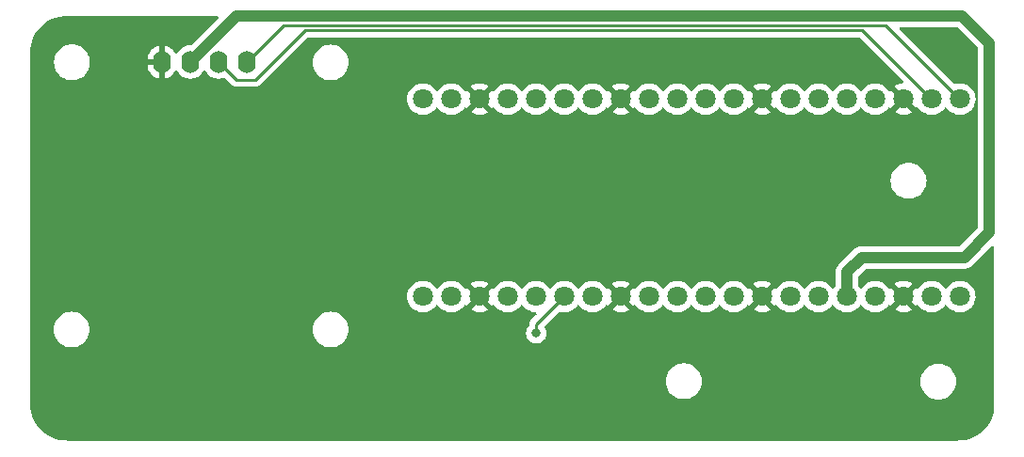
<source format=gbl>
%TF.GenerationSoftware,KiCad,Pcbnew,(6.0.1)*%
%TF.CreationDate,2022-04-16T19:03:55-06:00*%
%TF.ProjectId,PicoFlasher_Breakout_Board_V1.4,5069636f-466c-4617-9368-65725f427265,rev?*%
%TF.SameCoordinates,Original*%
%TF.FileFunction,Copper,L2,Bot*%
%TF.FilePolarity,Positive*%
%FSLAX46Y46*%
G04 Gerber Fmt 4.6, Leading zero omitted, Abs format (unit mm)*
G04 Created by KiCad (PCBNEW (6.0.1)) date 2022-04-16 19:03:55*
%MOMM*%
%LPD*%
G01*
G04 APERTURE LIST*
%TA.AperFunction,ComponentPad*%
%ADD10O,1.600000X2.000000*%
%TD*%
%TA.AperFunction,ComponentPad*%
%ADD11C,1.800000*%
%TD*%
%TA.AperFunction,ViaPad*%
%ADD12C,0.800000*%
%TD*%
%TA.AperFunction,Conductor*%
%ADD13C,0.250000*%
%TD*%
%TA.AperFunction,Conductor*%
%ADD14C,1.000000*%
%TD*%
G04 APERTURE END LIST*
D10*
%TO.P,U2,1,GND*%
%TO.N,GND*%
X100630000Y-68150000D03*
%TO.P,U2,2,VCC*%
%TO.N,3.3 Out*%
X103170000Y-68150000D03*
%TO.P,U2,3,SCL*%
%TO.N,OLED Clock*%
X105710000Y-68150000D03*
%TO.P,U2,4,SDA*%
%TO.N,OLED Data*%
X108250000Y-68150000D03*
%TD*%
D11*
%TO.P,U1,1,GP0*%
%TO.N,OLED Data*%
X172330000Y-71500000D03*
%TO.P,U1,2,GP1*%
%TO.N,OLED Clock*%
X169790000Y-71500000D03*
%TO.P,U1,3,GND_1*%
%TO.N,GND*%
X167250000Y-71500000D03*
%TO.P,U1,4,GP2*%
%TO.N,Debug*%
X164710000Y-71500000D03*
%TO.P,U1,5,GP3*%
%TO.N,SPI*%
X162170000Y-71500000D03*
%TO.P,U1,6,GP4*%
%TO.N,eMMC*%
X159630000Y-71500000D03*
%TO.P,U1,7,GP5*%
%TO.N,unconnected-(U1-Pad7)*%
X157090000Y-71500000D03*
%TO.P,U1,8,GND_2*%
%TO.N,GND*%
X154550000Y-71500000D03*
%TO.P,U1,9,GP6*%
%TO.N,E-Red*%
X152010000Y-71500000D03*
%TO.P,U1,10,GP7*%
%TO.N,E-Orange*%
X149470000Y-71500000D03*
%TO.P,U1,11,GP8*%
%TO.N,E-Blue*%
X146930000Y-71500000D03*
%TO.P,U1,12,GP9*%
%TO.N,E-Yellow*%
X144390000Y-71500000D03*
%TO.P,U1,13,GND_3*%
%TO.N,GND*%
X141850000Y-71500000D03*
%TO.P,U1,14,GP10*%
%TO.N,unconnected-(U1-Pad14)*%
X139310000Y-71500000D03*
%TO.P,U1,15,GP11*%
%TO.N,A_Red*%
X136770000Y-71500000D03*
%TO.P,U1,16,GP12*%
%TO.N,A_Black*%
X134230000Y-71500000D03*
%TO.P,U1,17,GP13*%
%TO.N,A_Yellow*%
X131690000Y-71500000D03*
%TO.P,U1,18,GND_4*%
%TO.N,GND*%
X129150000Y-71500000D03*
%TO.P,U1,19,GP14*%
%TO.N,A_Green*%
X126610000Y-71500000D03*
%TO.P,U1,20,GP15*%
%TO.N,A_Blue*%
X124070000Y-71500000D03*
%TO.P,U1,21,GP16*%
%TO.N,S-Orange*%
X124070000Y-89280000D03*
%TO.P,U1,22,GP17*%
%TO.N,S-Brown*%
X126610000Y-89280000D03*
%TO.P,U1,23,GND_5*%
%TO.N,GND*%
X129150000Y-89280000D03*
%TO.P,U1,24,GP18*%
%TO.N,S-Red*%
X131690000Y-89280000D03*
%TO.P,U1,25,GP19*%
%TO.N,S-Black*%
X134230000Y-89280000D03*
%TO.P,U1,26,GP20*%
%TO.N,S-Blue*%
X136770000Y-89280000D03*
%TO.P,U1,27,GP21*%
%TO.N,S-Green*%
X139310000Y-89280000D03*
%TO.P,U1,28,GND_6*%
%TO.N,GND*%
X141850000Y-89280000D03*
%TO.P,U1,29,GP22*%
%TO.N,unconnected-(U1-Pad29)*%
X144390000Y-89280000D03*
%TO.P,U1,30,RUN*%
%TO.N,unconnected-(U1-Pad30)*%
X146930000Y-89280000D03*
%TO.P,U1,31,GP26_A0*%
%TO.N,unconnected-(U1-Pad31)*%
X149470000Y-89280000D03*
%TO.P,U1,32,GP27_A1*%
%TO.N,unconnected-(U1-Pad32)*%
X152010000Y-89280000D03*
%TO.P,U1,33,GND_7*%
%TO.N,GND*%
X154550000Y-89280000D03*
%TO.P,U1,34,GP28_A2*%
%TO.N,unconnected-(U1-Pad34)*%
X157090000Y-89280000D03*
%TO.P,U1,35,ADC_VREF*%
%TO.N,unconnected-(U1-Pad35)*%
X159630000Y-89280000D03*
%TO.P,U1,36,3V3(OUT)*%
%TO.N,3.3 Out*%
X162170000Y-89280000D03*
%TO.P,U1,37,3V3_EN*%
%TO.N,unconnected-(U1-Pad37)*%
X164710000Y-89280000D03*
%TO.P,U1,38,GND_8*%
%TO.N,GND*%
X167250000Y-89280000D03*
%TO.P,U1,39,VSYS*%
%TO.N,unconnected-(U1-Pad39)*%
X169790000Y-89280000D03*
%TO.P,U1,40,VBUS*%
%TO.N,unconnected-(U1-Pad40)*%
X172330000Y-89280000D03*
%TD*%
D12*
%TO.N,S-Blue*%
X134250000Y-92577571D03*
%TO.N,GND*%
X115500000Y-100600000D03*
X167800000Y-100800000D03*
X133300000Y-100800000D03*
X94750000Y-94250000D03*
X160875000Y-92275000D03*
X122700000Y-82400000D03*
X141750000Y-75650000D03*
X152300000Y-100700000D03*
X141750000Y-81350000D03*
X144800000Y-94500000D03*
X131500000Y-95500000D03*
X104800000Y-100700000D03*
X152300000Y-80150000D03*
X135750000Y-95000000D03*
X146800000Y-100700000D03*
%TD*%
D13*
%TO.N,S-Blue*%
X134250000Y-91800000D02*
X134250000Y-92500000D01*
X136770000Y-89280000D02*
X134250000Y-91800000D01*
%TO.N,OLED Data*%
X172332000Y-71540000D02*
X165632825Y-64840825D01*
X111559175Y-64840825D02*
X108250000Y-68150000D01*
X165632825Y-64840825D02*
X111559175Y-64840825D01*
%TO.N,OLED Clock*%
X163542345Y-65290345D02*
X169792000Y-71540000D01*
X107310000Y-69750000D02*
X109000000Y-69750000D01*
X113459655Y-65290345D02*
X163542345Y-65290345D01*
X105710000Y-68150000D02*
X107310000Y-69750000D01*
X109000000Y-69750000D02*
X113459655Y-65290345D01*
D14*
%TO.N,3.3 Out*%
X172516305Y-64016305D02*
X175000000Y-66500000D01*
X175000000Y-83500000D02*
X172750000Y-85750000D01*
X103170000Y-68150000D02*
X107303695Y-64016305D01*
X162170000Y-87080000D02*
X162170000Y-89280000D01*
X163500000Y-85750000D02*
X162170000Y-87080000D01*
X175000000Y-66500000D02*
X175000000Y-83500000D01*
X172750000Y-85750000D02*
X163500000Y-85750000D01*
X107303695Y-64016305D02*
X172516305Y-64016305D01*
%TD*%
%TA.AperFunction,Conductor*%
%TO.N,GND*%
G36*
X105649697Y-64028002D02*
G01*
X105696190Y-64081658D01*
X105706294Y-64151932D01*
X105676800Y-64216512D01*
X105670671Y-64223095D01*
X103291790Y-66601976D01*
X103229478Y-66636002D01*
X103191712Y-66638401D01*
X103175484Y-66636981D01*
X103175475Y-66636981D01*
X103170000Y-66636502D01*
X102941913Y-66656457D01*
X102936600Y-66657881D01*
X102936598Y-66657881D01*
X102726067Y-66714293D01*
X102726065Y-66714294D01*
X102720757Y-66715716D01*
X102715776Y-66718039D01*
X102715775Y-66718039D01*
X102518238Y-66810151D01*
X102518233Y-66810154D01*
X102513251Y-66812477D01*
X102435256Y-66867090D01*
X102330211Y-66940643D01*
X102330208Y-66940645D01*
X102325700Y-66943802D01*
X102163802Y-67105700D01*
X102032477Y-67293251D01*
X102030154Y-67298233D01*
X102030151Y-67298238D01*
X102013919Y-67333049D01*
X101967002Y-67386334D01*
X101898725Y-67405795D01*
X101830765Y-67385253D01*
X101785529Y-67333049D01*
X101769414Y-67298489D01*
X101763931Y-67288993D01*
X101638972Y-67110533D01*
X101631916Y-67102125D01*
X101477875Y-66948084D01*
X101469467Y-66941028D01*
X101291007Y-66816069D01*
X101281511Y-66810586D01*
X101084053Y-66718510D01*
X101073761Y-66714764D01*
X100901497Y-66668606D01*
X100887401Y-66668942D01*
X100884000Y-66676884D01*
X100884000Y-69617967D01*
X100887973Y-69631498D01*
X100896522Y-69632727D01*
X101073761Y-69585236D01*
X101084053Y-69581490D01*
X101281511Y-69489414D01*
X101291007Y-69483931D01*
X101469467Y-69358972D01*
X101477875Y-69351916D01*
X101631916Y-69197875D01*
X101638972Y-69189467D01*
X101763931Y-69011007D01*
X101769414Y-69001511D01*
X101785529Y-68966951D01*
X101832446Y-68913666D01*
X101900723Y-68894205D01*
X101968683Y-68914747D01*
X102013919Y-68966951D01*
X102030151Y-69001762D01*
X102030154Y-69001767D01*
X102032477Y-69006749D01*
X102035634Y-69011257D01*
X102134278Y-69152135D01*
X102163802Y-69194300D01*
X102325700Y-69356198D01*
X102330208Y-69359355D01*
X102330211Y-69359357D01*
X102408389Y-69414098D01*
X102513251Y-69487523D01*
X102518233Y-69489846D01*
X102518238Y-69489849D01*
X102659966Y-69555937D01*
X102720757Y-69584284D01*
X102726065Y-69585706D01*
X102726067Y-69585707D01*
X102936598Y-69642119D01*
X102936600Y-69642119D01*
X102941913Y-69643543D01*
X103170000Y-69663498D01*
X103398087Y-69643543D01*
X103403400Y-69642119D01*
X103403402Y-69642119D01*
X103613933Y-69585707D01*
X103613935Y-69585706D01*
X103619243Y-69584284D01*
X103680034Y-69555937D01*
X103821762Y-69489849D01*
X103821767Y-69489846D01*
X103826749Y-69487523D01*
X103931611Y-69414098D01*
X104009789Y-69359357D01*
X104009792Y-69359355D01*
X104014300Y-69356198D01*
X104176198Y-69194300D01*
X104205723Y-69152135D01*
X104304366Y-69011257D01*
X104307523Y-69006749D01*
X104309846Y-69001767D01*
X104309849Y-69001762D01*
X104325805Y-68967543D01*
X104372722Y-68914258D01*
X104440999Y-68894797D01*
X104508959Y-68915339D01*
X104554195Y-68967543D01*
X104570151Y-69001762D01*
X104570154Y-69001767D01*
X104572477Y-69006749D01*
X104575634Y-69011257D01*
X104674278Y-69152135D01*
X104703802Y-69194300D01*
X104865700Y-69356198D01*
X104870208Y-69359355D01*
X104870211Y-69359357D01*
X104948389Y-69414098D01*
X105053251Y-69487523D01*
X105058233Y-69489846D01*
X105058238Y-69489849D01*
X105199966Y-69555937D01*
X105260757Y-69584284D01*
X105266065Y-69585706D01*
X105266067Y-69585707D01*
X105476598Y-69642119D01*
X105476600Y-69642119D01*
X105481913Y-69643543D01*
X105710000Y-69663498D01*
X105938087Y-69643543D01*
X105943400Y-69642119D01*
X105943402Y-69642119D01*
X106159243Y-69584284D01*
X106159815Y-69586418D01*
X106221849Y-69583594D01*
X106280981Y-69616885D01*
X106806343Y-70142247D01*
X106813887Y-70150537D01*
X106818000Y-70157018D01*
X106823777Y-70162443D01*
X106867667Y-70203658D01*
X106870509Y-70206413D01*
X106890231Y-70226135D01*
X106893373Y-70228572D01*
X106893433Y-70228619D01*
X106902445Y-70236317D01*
X106915878Y-70248931D01*
X106934679Y-70266586D01*
X106941622Y-70270403D01*
X106952431Y-70276345D01*
X106968953Y-70287198D01*
X106984959Y-70299614D01*
X106992237Y-70302764D01*
X106992238Y-70302764D01*
X107025537Y-70317174D01*
X107036187Y-70322391D01*
X107074940Y-70343695D01*
X107082615Y-70345666D01*
X107082616Y-70345666D01*
X107094562Y-70348733D01*
X107113267Y-70355137D01*
X107131855Y-70363181D01*
X107139678Y-70364420D01*
X107139688Y-70364423D01*
X107175524Y-70370099D01*
X107187144Y-70372505D01*
X107218959Y-70380673D01*
X107229970Y-70383500D01*
X107250224Y-70383500D01*
X107269934Y-70385051D01*
X107289943Y-70388220D01*
X107297835Y-70387474D01*
X107316580Y-70385702D01*
X107333962Y-70384059D01*
X107345819Y-70383500D01*
X108921233Y-70383500D01*
X108932416Y-70384027D01*
X108939909Y-70385702D01*
X108947835Y-70385453D01*
X108947836Y-70385453D01*
X109007986Y-70383562D01*
X109011945Y-70383500D01*
X109039856Y-70383500D01*
X109043791Y-70383003D01*
X109043856Y-70382995D01*
X109055693Y-70382062D01*
X109087951Y-70381048D01*
X109091970Y-70380922D01*
X109099889Y-70380673D01*
X109119343Y-70375021D01*
X109138700Y-70371013D01*
X109150930Y-70369468D01*
X109150931Y-70369468D01*
X109158797Y-70368474D01*
X109166168Y-70365555D01*
X109166170Y-70365555D01*
X109199912Y-70352196D01*
X109211142Y-70348351D01*
X109245983Y-70338229D01*
X109245984Y-70338229D01*
X109253593Y-70336018D01*
X109260412Y-70331985D01*
X109260417Y-70331983D01*
X109271028Y-70325707D01*
X109288776Y-70317012D01*
X109307617Y-70309552D01*
X109318476Y-70301663D01*
X109343387Y-70283564D01*
X109353307Y-70277048D01*
X109384535Y-70258580D01*
X109384538Y-70258578D01*
X109391362Y-70254542D01*
X109405683Y-70240221D01*
X109420717Y-70227380D01*
X109422431Y-70226135D01*
X109437107Y-70215472D01*
X109465298Y-70181395D01*
X109473288Y-70172616D01*
X111445904Y-68200000D01*
X114170026Y-68200000D01*
X114189891Y-68452403D01*
X114248995Y-68698591D01*
X114250888Y-68703162D01*
X114250889Y-68703164D01*
X114338775Y-68915339D01*
X114345884Y-68932502D01*
X114478172Y-69148376D01*
X114642602Y-69340898D01*
X114835124Y-69505328D01*
X115050998Y-69637616D01*
X115055568Y-69639509D01*
X115055572Y-69639511D01*
X115280336Y-69732611D01*
X115284909Y-69734505D01*
X115369532Y-69754821D01*
X115526284Y-69792454D01*
X115526290Y-69792455D01*
X115531097Y-69793609D01*
X115630916Y-69801465D01*
X115717845Y-69808307D01*
X115717852Y-69808307D01*
X115720301Y-69808500D01*
X115846699Y-69808500D01*
X115849148Y-69808307D01*
X115849155Y-69808307D01*
X115936084Y-69801465D01*
X116035903Y-69793609D01*
X116040710Y-69792455D01*
X116040716Y-69792454D01*
X116197468Y-69754821D01*
X116282091Y-69734505D01*
X116286664Y-69732611D01*
X116511428Y-69639511D01*
X116511432Y-69639509D01*
X116516002Y-69637616D01*
X116731876Y-69505328D01*
X116924398Y-69340898D01*
X117088828Y-69148376D01*
X117221116Y-68932502D01*
X117228226Y-68915339D01*
X117316111Y-68703164D01*
X117316112Y-68703162D01*
X117318005Y-68698591D01*
X117377109Y-68452403D01*
X117396974Y-68200000D01*
X117377109Y-67947597D01*
X117371108Y-67922597D01*
X117329649Y-67749911D01*
X117318005Y-67701409D01*
X117307650Y-67676409D01*
X117223011Y-67472072D01*
X117223009Y-67472068D01*
X117221116Y-67467498D01*
X117088828Y-67251624D01*
X116924398Y-67059102D01*
X116731876Y-66894672D01*
X116516002Y-66762384D01*
X116511432Y-66760491D01*
X116511428Y-66760489D01*
X116286664Y-66667389D01*
X116286662Y-66667388D01*
X116282091Y-66665495D01*
X116173147Y-66639340D01*
X116040716Y-66607546D01*
X116040710Y-66607545D01*
X116035903Y-66606391D01*
X115936084Y-66598535D01*
X115849155Y-66591693D01*
X115849148Y-66591693D01*
X115846699Y-66591500D01*
X115720301Y-66591500D01*
X115717852Y-66591693D01*
X115717845Y-66591693D01*
X115630916Y-66598535D01*
X115531097Y-66606391D01*
X115526290Y-66607545D01*
X115526284Y-66607546D01*
X115393853Y-66639340D01*
X115284909Y-66665495D01*
X115280338Y-66667388D01*
X115280336Y-66667389D01*
X115055572Y-66760489D01*
X115055568Y-66760491D01*
X115050998Y-66762384D01*
X114835124Y-66894672D01*
X114642602Y-67059102D01*
X114478172Y-67251624D01*
X114345884Y-67467498D01*
X114343991Y-67472068D01*
X114343989Y-67472072D01*
X114259350Y-67676409D01*
X114248995Y-67701409D01*
X114237351Y-67749911D01*
X114195893Y-67922597D01*
X114189891Y-67947597D01*
X114170026Y-68200000D01*
X111445904Y-68200000D01*
X113685154Y-65960750D01*
X113747466Y-65926724D01*
X113774249Y-65923845D01*
X163227751Y-65923845D01*
X163295872Y-65943847D01*
X163316846Y-65960750D01*
X167232311Y-69876216D01*
X167266336Y-69938526D01*
X167261271Y-70009341D01*
X167218724Y-70066177D01*
X167152002Y-70091002D01*
X167146334Y-70091398D01*
X166927693Y-70124855D01*
X166917666Y-70127244D01*
X166707426Y-70195961D01*
X166697916Y-70199958D01*
X166501725Y-70302089D01*
X166493007Y-70307578D01*
X166463961Y-70329386D01*
X166455508Y-70340711D01*
X166462251Y-70353040D01*
X167250000Y-71140790D01*
X168396304Y-72287093D01*
X168408314Y-72293651D01*
X168434949Y-72273303D01*
X168435828Y-72274453D01*
X168472672Y-72245734D01*
X168543376Y-72239289D01*
X168606340Y-72272092D01*
X168626432Y-72297074D01*
X168646800Y-72330313D01*
X168646804Y-72330318D01*
X168649501Y-72334719D01*
X168801147Y-72509784D01*
X168979349Y-72657730D01*
X169179322Y-72774584D01*
X169395694Y-72857209D01*
X169400760Y-72858240D01*
X169400761Y-72858240D01*
X169453846Y-72869040D01*
X169622656Y-72903385D01*
X169753324Y-72908176D01*
X169848949Y-72911683D01*
X169848953Y-72911683D01*
X169854113Y-72911872D01*
X169859233Y-72911216D01*
X169859235Y-72911216D01*
X169932291Y-72901857D01*
X170083847Y-72882442D01*
X170088795Y-72880957D01*
X170088802Y-72880956D01*
X170300747Y-72817369D01*
X170305690Y-72815886D01*
X170387161Y-72775974D01*
X170509049Y-72716262D01*
X170509052Y-72716260D01*
X170513684Y-72713991D01*
X170702243Y-72579494D01*
X170866303Y-72416005D01*
X170869319Y-72411808D01*
X170869326Y-72411800D01*
X170956960Y-72289844D01*
X171012954Y-72246196D01*
X171083658Y-72239750D01*
X171146622Y-72272553D01*
X171166715Y-72297536D01*
X171186800Y-72330313D01*
X171186804Y-72330318D01*
X171189501Y-72334719D01*
X171341147Y-72509784D01*
X171519349Y-72657730D01*
X171719322Y-72774584D01*
X171935694Y-72857209D01*
X171940760Y-72858240D01*
X171940761Y-72858240D01*
X171993846Y-72869040D01*
X172162656Y-72903385D01*
X172293324Y-72908176D01*
X172388949Y-72911683D01*
X172388953Y-72911683D01*
X172394113Y-72911872D01*
X172399233Y-72911216D01*
X172399235Y-72911216D01*
X172472291Y-72901857D01*
X172623847Y-72882442D01*
X172628795Y-72880957D01*
X172628802Y-72880956D01*
X172840747Y-72817369D01*
X172845690Y-72815886D01*
X172927161Y-72775974D01*
X173049049Y-72716262D01*
X173049052Y-72716260D01*
X173053684Y-72713991D01*
X173242243Y-72579494D01*
X173406303Y-72416005D01*
X173541458Y-72227917D01*
X173588641Y-72132450D01*
X173641784Y-72024922D01*
X173641785Y-72024920D01*
X173644078Y-72020280D01*
X173711408Y-71798671D01*
X173740578Y-71577108D01*
X173766673Y-71518122D01*
X173744604Y-71483783D01*
X173739924Y-71458609D01*
X173724773Y-71274318D01*
X173724772Y-71274312D01*
X173724349Y-71269167D01*
X173690797Y-71135592D01*
X173669184Y-71049544D01*
X173669183Y-71049540D01*
X173667925Y-71044533D01*
X173665866Y-71039797D01*
X173577630Y-70836868D01*
X173577628Y-70836865D01*
X173575570Y-70832131D01*
X173449764Y-70637665D01*
X173293887Y-70466358D01*
X173289836Y-70463159D01*
X173289832Y-70463155D01*
X173116177Y-70326011D01*
X173116172Y-70326008D01*
X173112123Y-70322810D01*
X173107607Y-70320317D01*
X173107604Y-70320315D01*
X172913879Y-70213373D01*
X172913875Y-70213371D01*
X172909355Y-70210876D01*
X172904486Y-70209152D01*
X172904482Y-70209150D01*
X172695903Y-70135288D01*
X172695899Y-70135287D01*
X172691028Y-70133562D01*
X172685935Y-70132655D01*
X172685932Y-70132654D01*
X172468095Y-70093851D01*
X172468089Y-70093850D01*
X172463006Y-70092945D01*
X172390096Y-70092054D01*
X172236581Y-70090179D01*
X172236579Y-70090179D01*
X172231411Y-70090116D01*
X172002464Y-70125150D01*
X171980403Y-70132361D01*
X171933246Y-70147773D01*
X171862282Y-70149924D01*
X171805007Y-70117103D01*
X166927805Y-65239900D01*
X166893779Y-65177588D01*
X166898844Y-65106773D01*
X166941391Y-65049937D01*
X167007911Y-65025126D01*
X167016900Y-65024805D01*
X172046380Y-65024805D01*
X172114501Y-65044807D01*
X172135475Y-65061710D01*
X173954595Y-66880829D01*
X173988620Y-66943141D01*
X173991500Y-66969924D01*
X173991500Y-71448285D01*
X173971498Y-71516406D01*
X173965317Y-71521762D01*
X173989995Y-71574141D01*
X173991500Y-71593555D01*
X173991500Y-83030076D01*
X173971498Y-83098197D01*
X173954595Y-83119171D01*
X172369171Y-84704595D01*
X172306859Y-84738621D01*
X172280076Y-84741500D01*
X163561843Y-84741500D01*
X163548236Y-84740763D01*
X163516738Y-84737341D01*
X163516733Y-84737341D01*
X163510612Y-84736676D01*
X163484362Y-84738973D01*
X163460612Y-84741050D01*
X163455786Y-84741379D01*
X163453314Y-84741500D01*
X163450231Y-84741500D01*
X163438262Y-84742674D01*
X163407494Y-84745690D01*
X163406181Y-84745812D01*
X163365973Y-84749330D01*
X163313587Y-84753913D01*
X163308468Y-84755400D01*
X163303167Y-84755920D01*
X163214166Y-84782791D01*
X163213033Y-84783126D01*
X163129586Y-84807370D01*
X163129582Y-84807372D01*
X163123664Y-84809091D01*
X163118932Y-84811544D01*
X163113831Y-84813084D01*
X163108388Y-84815978D01*
X163031740Y-84856731D01*
X163030574Y-84857343D01*
X162953547Y-84897271D01*
X162948074Y-84900108D01*
X162943911Y-84903431D01*
X162939204Y-84905934D01*
X162867082Y-84964755D01*
X162866226Y-84965446D01*
X162827027Y-84996738D01*
X162824523Y-84999242D01*
X162823805Y-84999884D01*
X162819472Y-85003585D01*
X162785938Y-85030935D01*
X162782011Y-85035682D01*
X162782009Y-85035684D01*
X162756713Y-85066262D01*
X162748723Y-85075042D01*
X161500621Y-86323145D01*
X161490478Y-86332247D01*
X161460975Y-86355968D01*
X161457008Y-86360696D01*
X161428709Y-86394421D01*
X161425528Y-86398069D01*
X161423885Y-86399881D01*
X161421691Y-86402075D01*
X161394358Y-86435349D01*
X161393696Y-86436147D01*
X161333846Y-86507474D01*
X161331278Y-86512144D01*
X161327897Y-86516261D01*
X161317691Y-86535296D01*
X161284023Y-86598086D01*
X161283394Y-86599245D01*
X161241538Y-86675381D01*
X161241535Y-86675389D01*
X161238567Y-86680787D01*
X161236955Y-86685869D01*
X161234438Y-86690563D01*
X161207238Y-86779531D01*
X161206918Y-86780559D01*
X161178765Y-86869306D01*
X161178171Y-86874602D01*
X161176613Y-86879698D01*
X161175990Y-86885834D01*
X161167218Y-86972187D01*
X161167089Y-86973393D01*
X161161500Y-87023227D01*
X161161500Y-87026754D01*
X161161445Y-87027739D01*
X161160998Y-87033419D01*
X161156626Y-87076462D01*
X161157206Y-87082593D01*
X161160941Y-87122109D01*
X161161500Y-87133967D01*
X161161500Y-88246006D01*
X161141498Y-88314127D01*
X161126594Y-88333057D01*
X161071639Y-88390564D01*
X161004306Y-88489271D01*
X160949397Y-88534271D01*
X160878872Y-88542442D01*
X160815125Y-88511188D01*
X160794428Y-88486705D01*
X160752571Y-88422004D01*
X160749764Y-88417665D01*
X160593887Y-88246358D01*
X160589836Y-88243159D01*
X160589832Y-88243155D01*
X160416177Y-88106011D01*
X160416172Y-88106008D01*
X160412123Y-88102810D01*
X160407607Y-88100317D01*
X160407604Y-88100315D01*
X160213879Y-87993373D01*
X160213875Y-87993371D01*
X160209355Y-87990876D01*
X160204486Y-87989152D01*
X160204482Y-87989150D01*
X159995903Y-87915288D01*
X159995899Y-87915287D01*
X159991028Y-87913562D01*
X159985935Y-87912655D01*
X159985932Y-87912654D01*
X159768095Y-87873851D01*
X159768089Y-87873850D01*
X159763006Y-87872945D01*
X159690096Y-87872054D01*
X159536581Y-87870179D01*
X159536579Y-87870179D01*
X159531411Y-87870116D01*
X159302464Y-87905150D01*
X159082314Y-87977106D01*
X159077726Y-87979494D01*
X159077722Y-87979496D01*
X158881461Y-88081663D01*
X158876872Y-88084052D01*
X158872739Y-88087155D01*
X158872736Y-88087157D01*
X158813284Y-88131795D01*
X158691655Y-88223117D01*
X158531639Y-88390564D01*
X158464306Y-88489271D01*
X158409397Y-88534271D01*
X158338872Y-88542442D01*
X158275125Y-88511188D01*
X158254428Y-88486705D01*
X158212571Y-88422004D01*
X158209764Y-88417665D01*
X158053887Y-88246358D01*
X158049836Y-88243159D01*
X158049832Y-88243155D01*
X157876177Y-88106011D01*
X157876172Y-88106008D01*
X157872123Y-88102810D01*
X157867607Y-88100317D01*
X157867604Y-88100315D01*
X157673879Y-87993373D01*
X157673875Y-87993371D01*
X157669355Y-87990876D01*
X157664486Y-87989152D01*
X157664482Y-87989150D01*
X157455903Y-87915288D01*
X157455899Y-87915287D01*
X157451028Y-87913562D01*
X157445935Y-87912655D01*
X157445932Y-87912654D01*
X157228095Y-87873851D01*
X157228089Y-87873850D01*
X157223006Y-87872945D01*
X157150096Y-87872054D01*
X156996581Y-87870179D01*
X156996579Y-87870179D01*
X156991411Y-87870116D01*
X156762464Y-87905150D01*
X156542314Y-87977106D01*
X156537726Y-87979494D01*
X156537722Y-87979496D01*
X156341461Y-88081663D01*
X156336872Y-88084052D01*
X156332739Y-88087155D01*
X156332736Y-88087157D01*
X156273284Y-88131795D01*
X156151655Y-88223117D01*
X155991639Y-88390564D01*
X155975763Y-88413838D01*
X155924002Y-88489716D01*
X155869090Y-88534718D01*
X155798565Y-88542889D01*
X155734819Y-88511634D01*
X155724979Y-88499994D01*
X155708538Y-88485835D01*
X155698973Y-88490238D01*
X154922021Y-89267189D01*
X154914408Y-89281132D01*
X154914539Y-89282966D01*
X154918790Y-89289580D01*
X155696307Y-90067096D01*
X155708313Y-90073652D01*
X155734948Y-90053304D01*
X155735827Y-90054454D01*
X155772672Y-90025734D01*
X155843376Y-90019289D01*
X155906340Y-90052092D01*
X155926432Y-90077074D01*
X155946800Y-90110313D01*
X155946804Y-90110318D01*
X155949501Y-90114719D01*
X156101147Y-90289784D01*
X156279349Y-90437730D01*
X156479322Y-90554584D01*
X156695694Y-90637209D01*
X156700760Y-90638240D01*
X156700761Y-90638240D01*
X156753846Y-90649040D01*
X156922656Y-90683385D01*
X157053324Y-90688176D01*
X157148949Y-90691683D01*
X157148953Y-90691683D01*
X157154113Y-90691872D01*
X157159233Y-90691216D01*
X157159235Y-90691216D01*
X157232291Y-90681857D01*
X157383847Y-90662442D01*
X157388795Y-90660957D01*
X157388802Y-90660956D01*
X157600747Y-90597369D01*
X157605690Y-90595886D01*
X157687161Y-90555974D01*
X157809049Y-90496262D01*
X157809052Y-90496260D01*
X157813684Y-90493991D01*
X158002243Y-90359494D01*
X158166303Y-90196005D01*
X158169319Y-90191808D01*
X158169326Y-90191800D01*
X158256960Y-90069844D01*
X158312954Y-90026196D01*
X158383658Y-90019750D01*
X158446622Y-90052553D01*
X158466715Y-90077536D01*
X158486800Y-90110313D01*
X158486804Y-90110318D01*
X158489501Y-90114719D01*
X158641147Y-90289784D01*
X158819349Y-90437730D01*
X159019322Y-90554584D01*
X159235694Y-90637209D01*
X159240760Y-90638240D01*
X159240761Y-90638240D01*
X159293846Y-90649040D01*
X159462656Y-90683385D01*
X159593324Y-90688176D01*
X159688949Y-90691683D01*
X159688953Y-90691683D01*
X159694113Y-90691872D01*
X159699233Y-90691216D01*
X159699235Y-90691216D01*
X159772291Y-90681857D01*
X159923847Y-90662442D01*
X159928795Y-90660957D01*
X159928802Y-90660956D01*
X160140747Y-90597369D01*
X160145690Y-90595886D01*
X160227161Y-90555974D01*
X160349049Y-90496262D01*
X160349052Y-90496260D01*
X160353684Y-90493991D01*
X160542243Y-90359494D01*
X160706303Y-90196005D01*
X160709319Y-90191808D01*
X160709326Y-90191800D01*
X160796960Y-90069844D01*
X160852954Y-90026196D01*
X160923658Y-90019750D01*
X160986622Y-90052553D01*
X161006715Y-90077536D01*
X161026800Y-90110313D01*
X161026804Y-90110318D01*
X161029501Y-90114719D01*
X161181147Y-90289784D01*
X161359349Y-90437730D01*
X161559322Y-90554584D01*
X161775694Y-90637209D01*
X161780760Y-90638240D01*
X161780761Y-90638240D01*
X161833846Y-90649040D01*
X162002656Y-90683385D01*
X162133324Y-90688176D01*
X162228949Y-90691683D01*
X162228953Y-90691683D01*
X162234113Y-90691872D01*
X162239233Y-90691216D01*
X162239235Y-90691216D01*
X162312291Y-90681857D01*
X162463847Y-90662442D01*
X162468795Y-90660957D01*
X162468802Y-90660956D01*
X162680747Y-90597369D01*
X162685690Y-90595886D01*
X162767161Y-90555974D01*
X162889049Y-90496262D01*
X162889052Y-90496260D01*
X162893684Y-90493991D01*
X163082243Y-90359494D01*
X163246303Y-90196005D01*
X163249319Y-90191808D01*
X163249326Y-90191800D01*
X163336960Y-90069844D01*
X163392954Y-90026196D01*
X163463658Y-90019750D01*
X163526622Y-90052553D01*
X163546715Y-90077536D01*
X163566800Y-90110313D01*
X163566804Y-90110318D01*
X163569501Y-90114719D01*
X163721147Y-90289784D01*
X163899349Y-90437730D01*
X164099322Y-90554584D01*
X164315694Y-90637209D01*
X164320760Y-90638240D01*
X164320761Y-90638240D01*
X164373846Y-90649040D01*
X164542656Y-90683385D01*
X164673324Y-90688176D01*
X164768949Y-90691683D01*
X164768953Y-90691683D01*
X164774113Y-90691872D01*
X164779233Y-90691216D01*
X164779235Y-90691216D01*
X164852291Y-90681857D01*
X165003847Y-90662442D01*
X165008795Y-90660957D01*
X165008802Y-90660956D01*
X165220747Y-90597369D01*
X165225690Y-90595886D01*
X165307161Y-90555974D01*
X165429049Y-90496262D01*
X165429052Y-90496260D01*
X165433684Y-90493991D01*
X165507406Y-90441406D01*
X166453423Y-90441406D01*
X166458704Y-90448461D01*
X166635080Y-90551527D01*
X166644363Y-90555974D01*
X166851003Y-90634883D01*
X166860901Y-90637759D01*
X167077653Y-90681857D01*
X167087883Y-90683076D01*
X167308914Y-90691182D01*
X167319223Y-90690714D01*
X167538623Y-90662608D01*
X167548688Y-90660468D01*
X167760557Y-90596905D01*
X167770152Y-90593144D01*
X167968778Y-90495838D01*
X167977636Y-90490559D01*
X168035097Y-90449572D01*
X168043497Y-90438874D01*
X168036510Y-90425721D01*
X167262811Y-89652021D01*
X167248868Y-89644408D01*
X167247034Y-89644539D01*
X167240420Y-89648790D01*
X166460180Y-90429031D01*
X166453423Y-90441406D01*
X165507406Y-90441406D01*
X165622243Y-90359494D01*
X165786303Y-90196005D01*
X165877275Y-90069404D01*
X165933270Y-90025756D01*
X166003973Y-90019310D01*
X166066938Y-90052113D01*
X166072142Y-90058584D01*
X166090553Y-90075242D01*
X166099331Y-90071458D01*
X166877979Y-89292811D01*
X166884356Y-89281132D01*
X167614408Y-89281132D01*
X167614539Y-89282966D01*
X167618790Y-89289580D01*
X168396307Y-90067096D01*
X168408313Y-90073652D01*
X168434948Y-90053304D01*
X168435827Y-90054454D01*
X168472672Y-90025734D01*
X168543376Y-90019289D01*
X168606340Y-90052092D01*
X168626432Y-90077074D01*
X168646800Y-90110313D01*
X168646804Y-90110318D01*
X168649501Y-90114719D01*
X168801147Y-90289784D01*
X168979349Y-90437730D01*
X169179322Y-90554584D01*
X169395694Y-90637209D01*
X169400760Y-90638240D01*
X169400761Y-90638240D01*
X169453846Y-90649040D01*
X169622656Y-90683385D01*
X169753324Y-90688176D01*
X169848949Y-90691683D01*
X169848953Y-90691683D01*
X169854113Y-90691872D01*
X169859233Y-90691216D01*
X169859235Y-90691216D01*
X169932291Y-90681857D01*
X170083847Y-90662442D01*
X170088795Y-90660957D01*
X170088802Y-90660956D01*
X170300747Y-90597369D01*
X170305690Y-90595886D01*
X170387161Y-90555974D01*
X170509049Y-90496262D01*
X170509052Y-90496260D01*
X170513684Y-90493991D01*
X170702243Y-90359494D01*
X170866303Y-90196005D01*
X170869319Y-90191808D01*
X170869326Y-90191800D01*
X170956960Y-90069844D01*
X171012954Y-90026196D01*
X171083658Y-90019750D01*
X171146622Y-90052553D01*
X171166715Y-90077536D01*
X171186800Y-90110313D01*
X171186804Y-90110318D01*
X171189501Y-90114719D01*
X171341147Y-90289784D01*
X171519349Y-90437730D01*
X171719322Y-90554584D01*
X171935694Y-90637209D01*
X171940760Y-90638240D01*
X171940761Y-90638240D01*
X171993846Y-90649040D01*
X172162656Y-90683385D01*
X172293324Y-90688176D01*
X172388949Y-90691683D01*
X172388953Y-90691683D01*
X172394113Y-90691872D01*
X172399233Y-90691216D01*
X172399235Y-90691216D01*
X172472291Y-90681857D01*
X172623847Y-90662442D01*
X172628795Y-90660957D01*
X172628802Y-90660956D01*
X172840747Y-90597369D01*
X172845690Y-90595886D01*
X172927161Y-90555974D01*
X173049049Y-90496262D01*
X173049052Y-90496260D01*
X173053684Y-90493991D01*
X173242243Y-90359494D01*
X173406303Y-90196005D01*
X173541458Y-90007917D01*
X173588641Y-89912450D01*
X173641784Y-89804922D01*
X173641785Y-89804920D01*
X173644078Y-89800280D01*
X173711408Y-89578671D01*
X173741640Y-89349041D01*
X173743327Y-89280000D01*
X173737032Y-89203434D01*
X173724773Y-89054318D01*
X173724772Y-89054312D01*
X173724349Y-89049167D01*
X173690797Y-88915592D01*
X173669184Y-88829544D01*
X173669183Y-88829540D01*
X173667925Y-88824533D01*
X173665866Y-88819797D01*
X173577630Y-88616868D01*
X173577628Y-88616865D01*
X173575570Y-88612131D01*
X173449764Y-88417665D01*
X173293887Y-88246358D01*
X173289836Y-88243159D01*
X173289832Y-88243155D01*
X173116177Y-88106011D01*
X173116172Y-88106008D01*
X173112123Y-88102810D01*
X173107607Y-88100317D01*
X173107604Y-88100315D01*
X172913879Y-87993373D01*
X172913875Y-87993371D01*
X172909355Y-87990876D01*
X172904486Y-87989152D01*
X172904482Y-87989150D01*
X172695903Y-87915288D01*
X172695899Y-87915287D01*
X172691028Y-87913562D01*
X172685935Y-87912655D01*
X172685932Y-87912654D01*
X172468095Y-87873851D01*
X172468089Y-87873850D01*
X172463006Y-87872945D01*
X172390096Y-87872054D01*
X172236581Y-87870179D01*
X172236579Y-87870179D01*
X172231411Y-87870116D01*
X172002464Y-87905150D01*
X171782314Y-87977106D01*
X171777726Y-87979494D01*
X171777722Y-87979496D01*
X171581461Y-88081663D01*
X171576872Y-88084052D01*
X171572739Y-88087155D01*
X171572736Y-88087157D01*
X171513284Y-88131795D01*
X171391655Y-88223117D01*
X171231639Y-88390564D01*
X171164306Y-88489271D01*
X171109397Y-88534271D01*
X171038872Y-88542442D01*
X170975125Y-88511188D01*
X170954428Y-88486705D01*
X170912571Y-88422004D01*
X170909764Y-88417665D01*
X170753887Y-88246358D01*
X170749836Y-88243159D01*
X170749832Y-88243155D01*
X170576177Y-88106011D01*
X170576172Y-88106008D01*
X170572123Y-88102810D01*
X170567607Y-88100317D01*
X170567604Y-88100315D01*
X170373879Y-87993373D01*
X170373875Y-87993371D01*
X170369355Y-87990876D01*
X170364486Y-87989152D01*
X170364482Y-87989150D01*
X170155903Y-87915288D01*
X170155899Y-87915287D01*
X170151028Y-87913562D01*
X170145935Y-87912655D01*
X170145932Y-87912654D01*
X169928095Y-87873851D01*
X169928089Y-87873850D01*
X169923006Y-87872945D01*
X169850096Y-87872054D01*
X169696581Y-87870179D01*
X169696579Y-87870179D01*
X169691411Y-87870116D01*
X169462464Y-87905150D01*
X169242314Y-87977106D01*
X169237726Y-87979494D01*
X169237722Y-87979496D01*
X169041461Y-88081663D01*
X169036872Y-88084052D01*
X169032739Y-88087155D01*
X169032736Y-88087157D01*
X168973284Y-88131795D01*
X168851655Y-88223117D01*
X168691639Y-88390564D01*
X168675763Y-88413838D01*
X168624002Y-88489716D01*
X168569090Y-88534718D01*
X168498565Y-88542889D01*
X168434819Y-88511634D01*
X168424979Y-88499994D01*
X168408538Y-88485835D01*
X168398973Y-88490238D01*
X167622021Y-89267189D01*
X167614408Y-89281132D01*
X166884356Y-89281132D01*
X166885592Y-89278868D01*
X166885461Y-89277034D01*
X166881210Y-89270420D01*
X166103862Y-88493073D01*
X166092330Y-88486776D01*
X166064674Y-88508444D01*
X166063534Y-88506989D01*
X166029695Y-88534724D01*
X165959171Y-88542898D01*
X165895422Y-88511646D01*
X165874722Y-88487159D01*
X165832575Y-88422009D01*
X165832570Y-88422003D01*
X165829764Y-88417665D01*
X165673887Y-88246358D01*
X165669836Y-88243159D01*
X165669832Y-88243155D01*
X165514790Y-88120711D01*
X166455508Y-88120711D01*
X166462251Y-88133040D01*
X167237189Y-88907979D01*
X167251132Y-88915592D01*
X167252966Y-88915461D01*
X167259580Y-88911210D01*
X168038994Y-88131795D01*
X168046011Y-88118944D01*
X168038237Y-88108274D01*
X168035902Y-88106430D01*
X168027320Y-88100729D01*
X167833678Y-87993833D01*
X167824272Y-87989606D01*
X167615772Y-87915772D01*
X167605809Y-87913140D01*
X167388047Y-87874350D01*
X167377796Y-87873381D01*
X167156616Y-87870679D01*
X167146332Y-87871399D01*
X166927693Y-87904855D01*
X166917666Y-87907244D01*
X166707426Y-87975961D01*
X166697916Y-87979958D01*
X166501725Y-88082089D01*
X166493007Y-88087578D01*
X166463961Y-88109386D01*
X166455508Y-88120711D01*
X165514790Y-88120711D01*
X165496177Y-88106011D01*
X165496172Y-88106008D01*
X165492123Y-88102810D01*
X165487607Y-88100317D01*
X165487604Y-88100315D01*
X165293879Y-87993373D01*
X165293875Y-87993371D01*
X165289355Y-87990876D01*
X165284486Y-87989152D01*
X165284482Y-87989150D01*
X165075903Y-87915288D01*
X165075899Y-87915287D01*
X165071028Y-87913562D01*
X165065935Y-87912655D01*
X165065932Y-87912654D01*
X164848095Y-87873851D01*
X164848089Y-87873850D01*
X164843006Y-87872945D01*
X164770096Y-87872054D01*
X164616581Y-87870179D01*
X164616579Y-87870179D01*
X164611411Y-87870116D01*
X164382464Y-87905150D01*
X164162314Y-87977106D01*
X164157726Y-87979494D01*
X164157722Y-87979496D01*
X163961461Y-88081663D01*
X163956872Y-88084052D01*
X163952739Y-88087155D01*
X163952736Y-88087157D01*
X163893284Y-88131795D01*
X163771655Y-88223117D01*
X163611639Y-88390564D01*
X163544306Y-88489271D01*
X163489397Y-88534271D01*
X163418872Y-88542442D01*
X163355125Y-88511188D01*
X163334428Y-88486705D01*
X163292571Y-88422004D01*
X163289764Y-88417665D01*
X163286282Y-88413838D01*
X163211306Y-88331440D01*
X163180254Y-88267594D01*
X163178500Y-88246641D01*
X163178500Y-87549926D01*
X163198502Y-87481805D01*
X163215404Y-87460831D01*
X163880829Y-86795405D01*
X163943142Y-86761380D01*
X163969925Y-86758500D01*
X172688157Y-86758500D01*
X172701764Y-86759237D01*
X172733262Y-86762659D01*
X172733267Y-86762659D01*
X172739388Y-86763324D01*
X172765638Y-86761027D01*
X172789388Y-86758950D01*
X172794214Y-86758621D01*
X172796686Y-86758500D01*
X172799769Y-86758500D01*
X172811738Y-86757326D01*
X172842506Y-86754310D01*
X172843819Y-86754188D01*
X172888084Y-86750315D01*
X172936413Y-86746087D01*
X172941532Y-86744600D01*
X172946833Y-86744080D01*
X173035834Y-86717209D01*
X173036967Y-86716874D01*
X173120414Y-86692630D01*
X173120418Y-86692628D01*
X173126336Y-86690909D01*
X173131068Y-86688456D01*
X173136169Y-86686916D01*
X173157864Y-86675381D01*
X173218260Y-86643269D01*
X173219426Y-86642657D01*
X173296453Y-86602729D01*
X173301926Y-86599892D01*
X173306089Y-86596569D01*
X173310796Y-86594066D01*
X173382918Y-86535245D01*
X173383774Y-86534554D01*
X173422973Y-86503262D01*
X173425477Y-86500758D01*
X173426195Y-86500116D01*
X173430528Y-86496415D01*
X173464062Y-86469065D01*
X173493288Y-86433737D01*
X173501277Y-86424958D01*
X175176905Y-84749330D01*
X175239217Y-84715304D01*
X175310032Y-84720369D01*
X175366868Y-84762916D01*
X175391679Y-84829436D01*
X175392000Y-84838425D01*
X175392000Y-99713851D01*
X175387707Y-99746462D01*
X175332097Y-99954000D01*
X175328021Y-99966544D01*
X175208895Y-100276876D01*
X175203531Y-100288924D01*
X175052612Y-100585120D01*
X175046021Y-100596536D01*
X174864967Y-100875334D01*
X174857221Y-100885996D01*
X174648016Y-101144344D01*
X174639190Y-101154145D01*
X174404145Y-101389190D01*
X174394344Y-101398016D01*
X174135996Y-101607221D01*
X174125334Y-101614967D01*
X173846536Y-101796021D01*
X173835120Y-101802612D01*
X173538924Y-101953531D01*
X173526875Y-101958895D01*
X173216536Y-102078023D01*
X173204000Y-102082097D01*
X172882902Y-102168135D01*
X172870002Y-102170877D01*
X172781285Y-102184928D01*
X172541665Y-102222880D01*
X172528557Y-102224257D01*
X172232666Y-102239764D01*
X172206688Y-102238436D01*
X172205144Y-102238195D01*
X172205140Y-102238195D01*
X172196270Y-102236814D01*
X172187368Y-102237978D01*
X172187365Y-102237978D01*
X172164749Y-102240936D01*
X172148411Y-102242000D01*
X92109328Y-102242000D01*
X92089943Y-102240500D01*
X92075142Y-102238195D01*
X92075139Y-102238195D01*
X92066270Y-102236814D01*
X92047589Y-102239257D01*
X92024658Y-102240148D01*
X91721443Y-102224257D01*
X91708335Y-102222880D01*
X91468715Y-102184928D01*
X91379998Y-102170877D01*
X91367098Y-102168135D01*
X91046000Y-102082097D01*
X91033464Y-102078023D01*
X90723125Y-101958895D01*
X90711076Y-101953531D01*
X90414880Y-101802612D01*
X90403464Y-101796021D01*
X90124666Y-101614967D01*
X90114004Y-101607221D01*
X89855656Y-101398016D01*
X89845855Y-101389190D01*
X89610810Y-101154145D01*
X89601984Y-101144344D01*
X89392779Y-100885996D01*
X89385033Y-100875334D01*
X89203979Y-100596536D01*
X89197388Y-100585120D01*
X89046469Y-100288924D01*
X89041105Y-100276876D01*
X88921979Y-99966544D01*
X88917903Y-99954000D01*
X88831865Y-99632902D01*
X88829123Y-99620002D01*
X88777121Y-99291671D01*
X88775743Y-99278554D01*
X88760236Y-98982670D01*
X88761564Y-98956688D01*
X88761805Y-98955144D01*
X88761805Y-98955140D01*
X88763186Y-98946270D01*
X88761547Y-98933730D01*
X88759064Y-98914749D01*
X88758000Y-98898411D01*
X88758000Y-96900000D01*
X145911526Y-96900000D01*
X145931391Y-97152403D01*
X145932545Y-97157210D01*
X145932546Y-97157216D01*
X145938548Y-97182216D01*
X145990495Y-97398591D01*
X145992388Y-97403162D01*
X145992389Y-97403164D01*
X146002745Y-97428164D01*
X146087384Y-97632502D01*
X146219672Y-97848376D01*
X146384102Y-98040898D01*
X146576624Y-98205328D01*
X146792498Y-98337616D01*
X146797068Y-98339509D01*
X146797072Y-98339511D01*
X146852853Y-98362616D01*
X147026409Y-98434505D01*
X147111032Y-98454821D01*
X147267784Y-98492454D01*
X147267790Y-98492455D01*
X147272597Y-98493609D01*
X147372416Y-98501465D01*
X147459345Y-98508307D01*
X147459352Y-98508307D01*
X147461801Y-98508500D01*
X147588199Y-98508500D01*
X147590648Y-98508307D01*
X147590655Y-98508307D01*
X147677584Y-98501465D01*
X147777403Y-98493609D01*
X147782210Y-98492455D01*
X147782216Y-98492454D01*
X147938968Y-98454821D01*
X148023591Y-98434505D01*
X148197147Y-98362616D01*
X148252928Y-98339511D01*
X148252932Y-98339509D01*
X148257502Y-98337616D01*
X148473376Y-98205328D01*
X148665898Y-98040898D01*
X148830328Y-97848376D01*
X148962616Y-97632502D01*
X149047256Y-97428164D01*
X149057611Y-97403164D01*
X149057612Y-97403162D01*
X149059505Y-97398591D01*
X149111452Y-97182216D01*
X149117454Y-97157216D01*
X149117455Y-97157210D01*
X149118609Y-97152403D01*
X149136506Y-96925000D01*
X168786526Y-96925000D01*
X168806391Y-97177403D01*
X168865495Y-97423591D01*
X168867388Y-97428162D01*
X168867389Y-97428164D01*
X168953777Y-97636722D01*
X168962384Y-97657502D01*
X169094672Y-97873376D01*
X169259102Y-98065898D01*
X169451624Y-98230328D01*
X169667498Y-98362616D01*
X169672068Y-98364509D01*
X169672072Y-98364511D01*
X169896836Y-98457611D01*
X169901409Y-98459505D01*
X169986032Y-98479821D01*
X170142784Y-98517454D01*
X170142790Y-98517455D01*
X170147597Y-98518609D01*
X170247416Y-98526465D01*
X170334345Y-98533307D01*
X170334352Y-98533307D01*
X170336801Y-98533500D01*
X170463199Y-98533500D01*
X170465648Y-98533307D01*
X170465655Y-98533307D01*
X170552584Y-98526465D01*
X170652403Y-98518609D01*
X170657210Y-98517455D01*
X170657216Y-98517454D01*
X170813968Y-98479821D01*
X170898591Y-98459505D01*
X170903164Y-98457611D01*
X171127928Y-98364511D01*
X171127932Y-98364509D01*
X171132502Y-98362616D01*
X171348376Y-98230328D01*
X171540898Y-98065898D01*
X171705328Y-97873376D01*
X171837616Y-97657502D01*
X171846224Y-97636722D01*
X171932611Y-97428164D01*
X171932612Y-97428162D01*
X171934505Y-97423591D01*
X171993609Y-97177403D01*
X172013474Y-96925000D01*
X171993609Y-96672597D01*
X171987608Y-96647597D01*
X171935660Y-96431221D01*
X171934505Y-96426409D01*
X171924150Y-96401409D01*
X171839511Y-96197072D01*
X171839509Y-96197068D01*
X171837616Y-96192498D01*
X171705328Y-95976624D01*
X171540898Y-95784102D01*
X171348376Y-95619672D01*
X171132502Y-95487384D01*
X171127932Y-95485491D01*
X171127928Y-95485489D01*
X170903164Y-95392389D01*
X170903162Y-95392388D01*
X170898591Y-95390495D01*
X170789647Y-95364340D01*
X170657216Y-95332546D01*
X170657210Y-95332545D01*
X170652403Y-95331391D01*
X170552584Y-95323535D01*
X170465655Y-95316693D01*
X170465648Y-95316693D01*
X170463199Y-95316500D01*
X170336801Y-95316500D01*
X170334352Y-95316693D01*
X170334345Y-95316693D01*
X170247416Y-95323535D01*
X170147597Y-95331391D01*
X170142790Y-95332545D01*
X170142784Y-95332546D01*
X170010353Y-95364340D01*
X169901409Y-95390495D01*
X169896838Y-95392388D01*
X169896836Y-95392389D01*
X169672072Y-95485489D01*
X169672068Y-95485491D01*
X169667498Y-95487384D01*
X169451624Y-95619672D01*
X169259102Y-95784102D01*
X169094672Y-95976624D01*
X168962384Y-96192498D01*
X168960491Y-96197068D01*
X168960489Y-96197072D01*
X168875850Y-96401409D01*
X168865495Y-96426409D01*
X168864340Y-96431221D01*
X168812393Y-96647597D01*
X168806391Y-96672597D01*
X168786526Y-96925000D01*
X149136506Y-96925000D01*
X149138474Y-96900000D01*
X149118609Y-96647597D01*
X149059505Y-96401409D01*
X148974866Y-96197072D01*
X148964511Y-96172072D01*
X148964509Y-96172068D01*
X148962616Y-96167498D01*
X148830328Y-95951624D01*
X148665898Y-95759102D01*
X148473376Y-95594672D01*
X148257502Y-95462384D01*
X148252932Y-95460491D01*
X148252928Y-95460489D01*
X148028164Y-95367389D01*
X148028162Y-95367388D01*
X148023591Y-95365495D01*
X147938968Y-95345179D01*
X147782216Y-95307546D01*
X147782210Y-95307545D01*
X147777403Y-95306391D01*
X147677584Y-95298535D01*
X147590655Y-95291693D01*
X147590648Y-95291693D01*
X147588199Y-95291500D01*
X147461801Y-95291500D01*
X147459352Y-95291693D01*
X147459345Y-95291693D01*
X147372416Y-95298535D01*
X147272597Y-95306391D01*
X147267790Y-95307545D01*
X147267784Y-95307546D01*
X147111032Y-95345179D01*
X147026409Y-95365495D01*
X147021838Y-95367388D01*
X147021836Y-95367389D01*
X146797072Y-95460489D01*
X146797068Y-95460491D01*
X146792498Y-95462384D01*
X146576624Y-95594672D01*
X146384102Y-95759102D01*
X146219672Y-95951624D01*
X146087384Y-96167498D01*
X146085491Y-96172068D01*
X146085489Y-96172072D01*
X146075134Y-96197072D01*
X145990495Y-96401409D01*
X145931391Y-96647597D01*
X145911526Y-96900000D01*
X88758000Y-96900000D01*
X88758000Y-92250000D01*
X90886526Y-92250000D01*
X90906391Y-92502403D01*
X90965495Y-92748591D01*
X90967388Y-92753162D01*
X90967389Y-92753164D01*
X91048560Y-92949127D01*
X91062384Y-92982502D01*
X91194672Y-93198376D01*
X91359102Y-93390898D01*
X91551624Y-93555328D01*
X91767498Y-93687616D01*
X91772068Y-93689509D01*
X91772072Y-93689511D01*
X91996836Y-93782611D01*
X92001409Y-93784505D01*
X92086032Y-93804821D01*
X92242784Y-93842454D01*
X92242790Y-93842455D01*
X92247597Y-93843609D01*
X92347416Y-93851465D01*
X92434345Y-93858307D01*
X92434352Y-93858307D01*
X92436801Y-93858500D01*
X92563199Y-93858500D01*
X92565648Y-93858307D01*
X92565655Y-93858307D01*
X92652584Y-93851465D01*
X92752403Y-93843609D01*
X92757210Y-93842455D01*
X92757216Y-93842454D01*
X92913968Y-93804821D01*
X92998591Y-93784505D01*
X93003164Y-93782611D01*
X93227928Y-93689511D01*
X93227932Y-93689509D01*
X93232502Y-93687616D01*
X93448376Y-93555328D01*
X93640898Y-93390898D01*
X93805328Y-93198376D01*
X93937616Y-92982502D01*
X93951441Y-92949127D01*
X94032611Y-92753164D01*
X94032612Y-92753162D01*
X94034505Y-92748591D01*
X94093609Y-92502403D01*
X94113474Y-92250000D01*
X114170026Y-92250000D01*
X114189891Y-92502403D01*
X114248995Y-92748591D01*
X114250888Y-92753162D01*
X114250889Y-92753164D01*
X114332060Y-92949127D01*
X114345884Y-92982502D01*
X114478172Y-93198376D01*
X114642602Y-93390898D01*
X114835124Y-93555328D01*
X115050998Y-93687616D01*
X115055568Y-93689509D01*
X115055572Y-93689511D01*
X115280336Y-93782611D01*
X115284909Y-93784505D01*
X115369532Y-93804821D01*
X115526284Y-93842454D01*
X115526290Y-93842455D01*
X115531097Y-93843609D01*
X115630916Y-93851465D01*
X115717845Y-93858307D01*
X115717852Y-93858307D01*
X115720301Y-93858500D01*
X115846699Y-93858500D01*
X115849148Y-93858307D01*
X115849155Y-93858307D01*
X115936084Y-93851465D01*
X116035903Y-93843609D01*
X116040710Y-93842455D01*
X116040716Y-93842454D01*
X116197468Y-93804821D01*
X116282091Y-93784505D01*
X116286664Y-93782611D01*
X116511428Y-93689511D01*
X116511432Y-93689509D01*
X116516002Y-93687616D01*
X116731876Y-93555328D01*
X116924398Y-93390898D01*
X117088828Y-93198376D01*
X117221116Y-92982502D01*
X117234941Y-92949127D01*
X117316111Y-92753164D01*
X117316112Y-92753162D01*
X117318005Y-92748591D01*
X117377109Y-92502403D01*
X117396974Y-92250000D01*
X117377109Y-91997597D01*
X117318005Y-91751409D01*
X117301801Y-91712289D01*
X117223011Y-91522072D01*
X117223009Y-91522068D01*
X117221116Y-91517498D01*
X117088828Y-91301624D01*
X116924398Y-91109102D01*
X116731876Y-90944672D01*
X116516002Y-90812384D01*
X116511432Y-90810491D01*
X116511428Y-90810489D01*
X116286664Y-90717389D01*
X116286662Y-90717388D01*
X116282091Y-90715495D01*
X116164337Y-90687225D01*
X116040716Y-90657546D01*
X116040710Y-90657545D01*
X116035903Y-90656391D01*
X115936084Y-90648535D01*
X115849155Y-90641693D01*
X115849148Y-90641693D01*
X115846699Y-90641500D01*
X115720301Y-90641500D01*
X115717852Y-90641693D01*
X115717845Y-90641693D01*
X115630916Y-90648535D01*
X115531097Y-90656391D01*
X115526290Y-90657545D01*
X115526284Y-90657546D01*
X115402663Y-90687225D01*
X115284909Y-90715495D01*
X115280338Y-90717388D01*
X115280336Y-90717389D01*
X115055572Y-90810489D01*
X115055568Y-90810491D01*
X115050998Y-90812384D01*
X114835124Y-90944672D01*
X114642602Y-91109102D01*
X114478172Y-91301624D01*
X114345884Y-91517498D01*
X114343991Y-91522068D01*
X114343989Y-91522072D01*
X114265199Y-91712289D01*
X114248995Y-91751409D01*
X114189891Y-91997597D01*
X114170026Y-92250000D01*
X94113474Y-92250000D01*
X94093609Y-91997597D01*
X94034505Y-91751409D01*
X94018301Y-91712289D01*
X93939511Y-91522072D01*
X93939509Y-91522068D01*
X93937616Y-91517498D01*
X93805328Y-91301624D01*
X93640898Y-91109102D01*
X93448376Y-90944672D01*
X93232502Y-90812384D01*
X93227932Y-90810491D01*
X93227928Y-90810489D01*
X93003164Y-90717389D01*
X93003162Y-90717388D01*
X92998591Y-90715495D01*
X92880837Y-90687225D01*
X92757216Y-90657546D01*
X92757210Y-90657545D01*
X92752403Y-90656391D01*
X92652584Y-90648535D01*
X92565655Y-90641693D01*
X92565648Y-90641693D01*
X92563199Y-90641500D01*
X92436801Y-90641500D01*
X92434352Y-90641693D01*
X92434345Y-90641693D01*
X92347416Y-90648535D01*
X92247597Y-90656391D01*
X92242790Y-90657545D01*
X92242784Y-90657546D01*
X92119163Y-90687225D01*
X92001409Y-90715495D01*
X91996838Y-90717388D01*
X91996836Y-90717389D01*
X91772072Y-90810489D01*
X91772068Y-90810491D01*
X91767498Y-90812384D01*
X91551624Y-90944672D01*
X91359102Y-91109102D01*
X91194672Y-91301624D01*
X91062384Y-91517498D01*
X91060491Y-91522068D01*
X91060489Y-91522072D01*
X90981699Y-91712289D01*
X90965495Y-91751409D01*
X90906391Y-91997597D01*
X90886526Y-92250000D01*
X88758000Y-92250000D01*
X88758000Y-89245469D01*
X122657095Y-89245469D01*
X122657392Y-89250622D01*
X122657392Y-89250625D01*
X122663067Y-89349041D01*
X122670427Y-89476697D01*
X122671564Y-89481743D01*
X122671565Y-89481749D01*
X122703741Y-89624523D01*
X122721346Y-89702642D01*
X122723288Y-89707424D01*
X122723289Y-89707428D01*
X122798467Y-89892568D01*
X122808484Y-89917237D01*
X122929501Y-90114719D01*
X123081147Y-90289784D01*
X123259349Y-90437730D01*
X123459322Y-90554584D01*
X123675694Y-90637209D01*
X123680760Y-90638240D01*
X123680761Y-90638240D01*
X123733846Y-90649040D01*
X123902656Y-90683385D01*
X124033324Y-90688176D01*
X124128949Y-90691683D01*
X124128953Y-90691683D01*
X124134113Y-90691872D01*
X124139233Y-90691216D01*
X124139235Y-90691216D01*
X124212291Y-90681857D01*
X124363847Y-90662442D01*
X124368795Y-90660957D01*
X124368802Y-90660956D01*
X124580747Y-90597369D01*
X124585690Y-90595886D01*
X124667161Y-90555974D01*
X124789049Y-90496262D01*
X124789052Y-90496260D01*
X124793684Y-90493991D01*
X124982243Y-90359494D01*
X125146303Y-90196005D01*
X125149319Y-90191808D01*
X125149326Y-90191800D01*
X125236960Y-90069844D01*
X125292954Y-90026196D01*
X125363658Y-90019750D01*
X125426622Y-90052553D01*
X125446715Y-90077536D01*
X125466800Y-90110313D01*
X125466804Y-90110318D01*
X125469501Y-90114719D01*
X125621147Y-90289784D01*
X125799349Y-90437730D01*
X125999322Y-90554584D01*
X126215694Y-90637209D01*
X126220760Y-90638240D01*
X126220761Y-90638240D01*
X126273846Y-90649040D01*
X126442656Y-90683385D01*
X126573324Y-90688176D01*
X126668949Y-90691683D01*
X126668953Y-90691683D01*
X126674113Y-90691872D01*
X126679233Y-90691216D01*
X126679235Y-90691216D01*
X126752291Y-90681857D01*
X126903847Y-90662442D01*
X126908795Y-90660957D01*
X126908802Y-90660956D01*
X127120747Y-90597369D01*
X127125690Y-90595886D01*
X127207161Y-90555974D01*
X127329049Y-90496262D01*
X127329052Y-90496260D01*
X127333684Y-90493991D01*
X127407406Y-90441406D01*
X128353423Y-90441406D01*
X128358704Y-90448461D01*
X128535080Y-90551527D01*
X128544363Y-90555974D01*
X128751003Y-90634883D01*
X128760901Y-90637759D01*
X128977653Y-90681857D01*
X128987883Y-90683076D01*
X129208914Y-90691182D01*
X129219223Y-90690714D01*
X129438623Y-90662608D01*
X129448688Y-90660468D01*
X129660557Y-90596905D01*
X129670152Y-90593144D01*
X129868778Y-90495838D01*
X129877636Y-90490559D01*
X129935097Y-90449572D01*
X129943497Y-90438874D01*
X129936510Y-90425721D01*
X129162811Y-89652021D01*
X129148868Y-89644408D01*
X129147034Y-89644539D01*
X129140420Y-89648790D01*
X128360180Y-90429031D01*
X128353423Y-90441406D01*
X127407406Y-90441406D01*
X127522243Y-90359494D01*
X127686303Y-90196005D01*
X127777275Y-90069404D01*
X127833270Y-90025756D01*
X127903973Y-90019310D01*
X127966938Y-90052113D01*
X127972142Y-90058584D01*
X127990553Y-90075242D01*
X127999331Y-90071458D01*
X128777979Y-89292811D01*
X128784356Y-89281132D01*
X129514408Y-89281132D01*
X129514539Y-89282966D01*
X129518790Y-89289580D01*
X130296307Y-90067096D01*
X130308313Y-90073652D01*
X130334948Y-90053304D01*
X130335827Y-90054454D01*
X130372672Y-90025734D01*
X130443376Y-90019289D01*
X130506340Y-90052092D01*
X130526432Y-90077074D01*
X130546800Y-90110313D01*
X130546804Y-90110318D01*
X130549501Y-90114719D01*
X130701147Y-90289784D01*
X130879349Y-90437730D01*
X131079322Y-90554584D01*
X131295694Y-90637209D01*
X131300760Y-90638240D01*
X131300761Y-90638240D01*
X131353846Y-90649040D01*
X131522656Y-90683385D01*
X131653324Y-90688176D01*
X131748949Y-90691683D01*
X131748953Y-90691683D01*
X131754113Y-90691872D01*
X131759233Y-90691216D01*
X131759235Y-90691216D01*
X131832291Y-90681857D01*
X131983847Y-90662442D01*
X131988795Y-90660957D01*
X131988802Y-90660956D01*
X132200747Y-90597369D01*
X132205690Y-90595886D01*
X132287161Y-90555974D01*
X132409049Y-90496262D01*
X132409052Y-90496260D01*
X132413684Y-90493991D01*
X132602243Y-90359494D01*
X132766303Y-90196005D01*
X132769319Y-90191808D01*
X132769326Y-90191800D01*
X132856960Y-90069844D01*
X132912954Y-90026196D01*
X132983658Y-90019750D01*
X133046622Y-90052553D01*
X133066715Y-90077536D01*
X133086800Y-90110313D01*
X133086804Y-90110318D01*
X133089501Y-90114719D01*
X133241147Y-90289784D01*
X133419349Y-90437730D01*
X133619322Y-90554584D01*
X133835694Y-90637209D01*
X133840760Y-90638240D01*
X133840761Y-90638240D01*
X133893846Y-90649040D01*
X134062656Y-90683385D01*
X134167382Y-90687225D01*
X134234724Y-90709709D01*
X134279220Y-90765033D01*
X134286742Y-90835630D01*
X134251860Y-90902235D01*
X133857747Y-91296348D01*
X133849461Y-91303888D01*
X133842982Y-91308000D01*
X133837557Y-91313777D01*
X133796357Y-91357651D01*
X133793602Y-91360493D01*
X133773865Y-91380230D01*
X133771385Y-91383427D01*
X133763682Y-91392447D01*
X133733414Y-91424679D01*
X133729595Y-91431625D01*
X133729593Y-91431628D01*
X133723652Y-91442434D01*
X133712801Y-91458953D01*
X133700386Y-91474959D01*
X133697241Y-91482228D01*
X133697238Y-91482232D01*
X133682826Y-91515537D01*
X133677609Y-91526187D01*
X133656305Y-91564940D01*
X133654334Y-91572615D01*
X133654334Y-91572616D01*
X133651267Y-91584562D01*
X133644863Y-91603266D01*
X133636819Y-91621855D01*
X133635580Y-91629678D01*
X133635577Y-91629688D01*
X133629901Y-91665524D01*
X133627495Y-91677144D01*
X133616500Y-91719970D01*
X133616500Y-91740224D01*
X133614949Y-91759934D01*
X133611780Y-91779943D01*
X133612526Y-91787835D01*
X133615941Y-91823961D01*
X133616500Y-91835819D01*
X133616500Y-91875047D01*
X133596498Y-91943168D01*
X133584142Y-91959350D01*
X133510960Y-92040627D01*
X133415473Y-92206015D01*
X133356458Y-92387643D01*
X133355768Y-92394204D01*
X133355768Y-92394206D01*
X133337186Y-92571006D01*
X133336496Y-92577571D01*
X133356458Y-92767499D01*
X133415473Y-92949127D01*
X133418776Y-92954849D01*
X133418777Y-92954850D01*
X133452686Y-93013581D01*
X133510960Y-93114515D01*
X133638747Y-93256437D01*
X133793248Y-93368689D01*
X133799276Y-93371373D01*
X133799278Y-93371374D01*
X133961681Y-93443680D01*
X133967712Y-93446365D01*
X134061112Y-93466218D01*
X134148056Y-93484699D01*
X134148061Y-93484699D01*
X134154513Y-93486071D01*
X134345487Y-93486071D01*
X134351939Y-93484699D01*
X134351944Y-93484699D01*
X134438888Y-93466218D01*
X134532288Y-93446365D01*
X134538319Y-93443680D01*
X134700722Y-93371374D01*
X134700724Y-93371373D01*
X134706752Y-93368689D01*
X134861253Y-93256437D01*
X134989040Y-93114515D01*
X135047314Y-93013581D01*
X135081223Y-92954850D01*
X135081224Y-92954849D01*
X135084527Y-92949127D01*
X135143542Y-92767499D01*
X135163504Y-92577571D01*
X135162814Y-92571006D01*
X135144232Y-92394206D01*
X135144232Y-92394204D01*
X135143542Y-92387643D01*
X135084527Y-92206015D01*
X135006722Y-92071253D01*
X134989984Y-92002258D01*
X135013204Y-91935166D01*
X135026746Y-91919158D01*
X136272148Y-90673756D01*
X136334460Y-90639730D01*
X136386363Y-90639380D01*
X136468069Y-90656003D01*
X136602656Y-90683385D01*
X136733324Y-90688176D01*
X136828949Y-90691683D01*
X136828953Y-90691683D01*
X136834113Y-90691872D01*
X136839233Y-90691216D01*
X136839235Y-90691216D01*
X136912291Y-90681857D01*
X137063847Y-90662442D01*
X137068795Y-90660957D01*
X137068802Y-90660956D01*
X137280747Y-90597369D01*
X137285690Y-90595886D01*
X137367161Y-90555974D01*
X137489049Y-90496262D01*
X137489052Y-90496260D01*
X137493684Y-90493991D01*
X137682243Y-90359494D01*
X137846303Y-90196005D01*
X137849319Y-90191808D01*
X137849326Y-90191800D01*
X137936960Y-90069844D01*
X137992954Y-90026196D01*
X138063658Y-90019750D01*
X138126622Y-90052553D01*
X138146715Y-90077536D01*
X138166800Y-90110313D01*
X138166804Y-90110318D01*
X138169501Y-90114719D01*
X138321147Y-90289784D01*
X138499349Y-90437730D01*
X138699322Y-90554584D01*
X138915694Y-90637209D01*
X138920760Y-90638240D01*
X138920761Y-90638240D01*
X138973846Y-90649040D01*
X139142656Y-90683385D01*
X139273324Y-90688176D01*
X139368949Y-90691683D01*
X139368953Y-90691683D01*
X139374113Y-90691872D01*
X139379233Y-90691216D01*
X139379235Y-90691216D01*
X139452291Y-90681857D01*
X139603847Y-90662442D01*
X139608795Y-90660957D01*
X139608802Y-90660956D01*
X139820747Y-90597369D01*
X139825690Y-90595886D01*
X139907161Y-90555974D01*
X140029049Y-90496262D01*
X140029052Y-90496260D01*
X140033684Y-90493991D01*
X140107406Y-90441406D01*
X141053423Y-90441406D01*
X141058704Y-90448461D01*
X141235080Y-90551527D01*
X141244363Y-90555974D01*
X141451003Y-90634883D01*
X141460901Y-90637759D01*
X141677653Y-90681857D01*
X141687883Y-90683076D01*
X141908914Y-90691182D01*
X141919223Y-90690714D01*
X142138623Y-90662608D01*
X142148688Y-90660468D01*
X142360557Y-90596905D01*
X142370152Y-90593144D01*
X142568778Y-90495838D01*
X142577636Y-90490559D01*
X142635097Y-90449572D01*
X142643497Y-90438874D01*
X142636510Y-90425721D01*
X141862811Y-89652021D01*
X141848868Y-89644408D01*
X141847034Y-89644539D01*
X141840420Y-89648790D01*
X141060180Y-90429031D01*
X141053423Y-90441406D01*
X140107406Y-90441406D01*
X140222243Y-90359494D01*
X140386303Y-90196005D01*
X140477275Y-90069404D01*
X140533270Y-90025756D01*
X140603973Y-90019310D01*
X140666938Y-90052113D01*
X140672142Y-90058584D01*
X140690553Y-90075242D01*
X140699331Y-90071458D01*
X141477979Y-89292811D01*
X141484356Y-89281132D01*
X142214408Y-89281132D01*
X142214539Y-89282966D01*
X142218790Y-89289580D01*
X142996307Y-90067096D01*
X143008313Y-90073652D01*
X143034948Y-90053304D01*
X143035827Y-90054454D01*
X143072672Y-90025734D01*
X143143376Y-90019289D01*
X143206340Y-90052092D01*
X143226432Y-90077074D01*
X143246800Y-90110313D01*
X143246804Y-90110318D01*
X143249501Y-90114719D01*
X143401147Y-90289784D01*
X143579349Y-90437730D01*
X143779322Y-90554584D01*
X143995694Y-90637209D01*
X144000760Y-90638240D01*
X144000761Y-90638240D01*
X144053846Y-90649040D01*
X144222656Y-90683385D01*
X144353324Y-90688176D01*
X144448949Y-90691683D01*
X144448953Y-90691683D01*
X144454113Y-90691872D01*
X144459233Y-90691216D01*
X144459235Y-90691216D01*
X144532291Y-90681857D01*
X144683847Y-90662442D01*
X144688795Y-90660957D01*
X144688802Y-90660956D01*
X144900747Y-90597369D01*
X144905690Y-90595886D01*
X144987161Y-90555974D01*
X145109049Y-90496262D01*
X145109052Y-90496260D01*
X145113684Y-90493991D01*
X145302243Y-90359494D01*
X145466303Y-90196005D01*
X145469319Y-90191808D01*
X145469326Y-90191800D01*
X145556960Y-90069844D01*
X145612954Y-90026196D01*
X145683658Y-90019750D01*
X145746622Y-90052553D01*
X145766715Y-90077536D01*
X145786800Y-90110313D01*
X145786804Y-90110318D01*
X145789501Y-90114719D01*
X145941147Y-90289784D01*
X146119349Y-90437730D01*
X146319322Y-90554584D01*
X146535694Y-90637209D01*
X146540760Y-90638240D01*
X146540761Y-90638240D01*
X146593846Y-90649040D01*
X146762656Y-90683385D01*
X146893324Y-90688176D01*
X146988949Y-90691683D01*
X146988953Y-90691683D01*
X146994113Y-90691872D01*
X146999233Y-90691216D01*
X146999235Y-90691216D01*
X147072291Y-90681857D01*
X147223847Y-90662442D01*
X147228795Y-90660957D01*
X147228802Y-90660956D01*
X147440747Y-90597369D01*
X147445690Y-90595886D01*
X147527161Y-90555974D01*
X147649049Y-90496262D01*
X147649052Y-90496260D01*
X147653684Y-90493991D01*
X147842243Y-90359494D01*
X148006303Y-90196005D01*
X148009319Y-90191808D01*
X148009326Y-90191800D01*
X148096960Y-90069844D01*
X148152954Y-90026196D01*
X148223658Y-90019750D01*
X148286622Y-90052553D01*
X148306715Y-90077536D01*
X148326800Y-90110313D01*
X148326804Y-90110318D01*
X148329501Y-90114719D01*
X148481147Y-90289784D01*
X148659349Y-90437730D01*
X148859322Y-90554584D01*
X149075694Y-90637209D01*
X149080760Y-90638240D01*
X149080761Y-90638240D01*
X149133846Y-90649040D01*
X149302656Y-90683385D01*
X149433324Y-90688176D01*
X149528949Y-90691683D01*
X149528953Y-90691683D01*
X149534113Y-90691872D01*
X149539233Y-90691216D01*
X149539235Y-90691216D01*
X149612291Y-90681857D01*
X149763847Y-90662442D01*
X149768795Y-90660957D01*
X149768802Y-90660956D01*
X149980747Y-90597369D01*
X149985690Y-90595886D01*
X150067161Y-90555974D01*
X150189049Y-90496262D01*
X150189052Y-90496260D01*
X150193684Y-90493991D01*
X150382243Y-90359494D01*
X150546303Y-90196005D01*
X150549319Y-90191808D01*
X150549326Y-90191800D01*
X150636960Y-90069844D01*
X150692954Y-90026196D01*
X150763658Y-90019750D01*
X150826622Y-90052553D01*
X150846715Y-90077536D01*
X150866800Y-90110313D01*
X150866804Y-90110318D01*
X150869501Y-90114719D01*
X151021147Y-90289784D01*
X151199349Y-90437730D01*
X151399322Y-90554584D01*
X151615694Y-90637209D01*
X151620760Y-90638240D01*
X151620761Y-90638240D01*
X151673846Y-90649040D01*
X151842656Y-90683385D01*
X151973324Y-90688176D01*
X152068949Y-90691683D01*
X152068953Y-90691683D01*
X152074113Y-90691872D01*
X152079233Y-90691216D01*
X152079235Y-90691216D01*
X152152291Y-90681857D01*
X152303847Y-90662442D01*
X152308795Y-90660957D01*
X152308802Y-90660956D01*
X152520747Y-90597369D01*
X152525690Y-90595886D01*
X152607161Y-90555974D01*
X152729049Y-90496262D01*
X152729052Y-90496260D01*
X152733684Y-90493991D01*
X152807406Y-90441406D01*
X153753423Y-90441406D01*
X153758704Y-90448461D01*
X153935080Y-90551527D01*
X153944363Y-90555974D01*
X154151003Y-90634883D01*
X154160901Y-90637759D01*
X154377653Y-90681857D01*
X154387883Y-90683076D01*
X154608914Y-90691182D01*
X154619223Y-90690714D01*
X154838623Y-90662608D01*
X154848688Y-90660468D01*
X155060557Y-90596905D01*
X155070152Y-90593144D01*
X155268778Y-90495838D01*
X155277636Y-90490559D01*
X155335097Y-90449572D01*
X155343497Y-90438874D01*
X155336510Y-90425721D01*
X154562811Y-89652021D01*
X154548868Y-89644408D01*
X154547034Y-89644539D01*
X154540420Y-89648790D01*
X153760180Y-90429031D01*
X153753423Y-90441406D01*
X152807406Y-90441406D01*
X152922243Y-90359494D01*
X153086303Y-90196005D01*
X153177275Y-90069404D01*
X153233270Y-90025756D01*
X153303973Y-90019310D01*
X153366938Y-90052113D01*
X153372142Y-90058584D01*
X153390553Y-90075242D01*
X153399331Y-90071458D01*
X154177979Y-89292811D01*
X154185592Y-89278868D01*
X154185461Y-89277034D01*
X154181210Y-89270420D01*
X153403862Y-88493073D01*
X153392330Y-88486776D01*
X153364674Y-88508444D01*
X153363534Y-88506989D01*
X153329695Y-88534724D01*
X153259171Y-88542898D01*
X153195422Y-88511646D01*
X153174722Y-88487159D01*
X153132575Y-88422009D01*
X153132570Y-88422003D01*
X153129764Y-88417665D01*
X152973887Y-88246358D01*
X152969836Y-88243159D01*
X152969832Y-88243155D01*
X152814790Y-88120711D01*
X153755508Y-88120711D01*
X153762251Y-88133040D01*
X154537189Y-88907979D01*
X154551132Y-88915592D01*
X154552966Y-88915461D01*
X154559580Y-88911210D01*
X155338994Y-88131795D01*
X155346011Y-88118944D01*
X155338237Y-88108274D01*
X155335902Y-88106430D01*
X155327320Y-88100729D01*
X155133678Y-87993833D01*
X155124272Y-87989606D01*
X154915772Y-87915772D01*
X154905809Y-87913140D01*
X154688047Y-87874350D01*
X154677796Y-87873381D01*
X154456616Y-87870679D01*
X154446332Y-87871399D01*
X154227693Y-87904855D01*
X154217666Y-87907244D01*
X154007426Y-87975961D01*
X153997916Y-87979958D01*
X153801725Y-88082089D01*
X153793007Y-88087578D01*
X153763961Y-88109386D01*
X153755508Y-88120711D01*
X152814790Y-88120711D01*
X152796177Y-88106011D01*
X152796172Y-88106008D01*
X152792123Y-88102810D01*
X152787607Y-88100317D01*
X152787604Y-88100315D01*
X152593879Y-87993373D01*
X152593875Y-87993371D01*
X152589355Y-87990876D01*
X152584486Y-87989152D01*
X152584482Y-87989150D01*
X152375903Y-87915288D01*
X152375899Y-87915287D01*
X152371028Y-87913562D01*
X152365935Y-87912655D01*
X152365932Y-87912654D01*
X152148095Y-87873851D01*
X152148089Y-87873850D01*
X152143006Y-87872945D01*
X152070096Y-87872054D01*
X151916581Y-87870179D01*
X151916579Y-87870179D01*
X151911411Y-87870116D01*
X151682464Y-87905150D01*
X151462314Y-87977106D01*
X151457726Y-87979494D01*
X151457722Y-87979496D01*
X151261461Y-88081663D01*
X151256872Y-88084052D01*
X151252739Y-88087155D01*
X151252736Y-88087157D01*
X151193284Y-88131795D01*
X151071655Y-88223117D01*
X150911639Y-88390564D01*
X150844306Y-88489271D01*
X150789397Y-88534271D01*
X150718872Y-88542442D01*
X150655125Y-88511188D01*
X150634428Y-88486705D01*
X150592571Y-88422004D01*
X150589764Y-88417665D01*
X150433887Y-88246358D01*
X150429836Y-88243159D01*
X150429832Y-88243155D01*
X150256177Y-88106011D01*
X150256172Y-88106008D01*
X150252123Y-88102810D01*
X150247607Y-88100317D01*
X150247604Y-88100315D01*
X150053879Y-87993373D01*
X150053875Y-87993371D01*
X150049355Y-87990876D01*
X150044486Y-87989152D01*
X150044482Y-87989150D01*
X149835903Y-87915288D01*
X149835899Y-87915287D01*
X149831028Y-87913562D01*
X149825935Y-87912655D01*
X149825932Y-87912654D01*
X149608095Y-87873851D01*
X149608089Y-87873850D01*
X149603006Y-87872945D01*
X149530096Y-87872054D01*
X149376581Y-87870179D01*
X149376579Y-87870179D01*
X149371411Y-87870116D01*
X149142464Y-87905150D01*
X148922314Y-87977106D01*
X148917726Y-87979494D01*
X148917722Y-87979496D01*
X148721461Y-88081663D01*
X148716872Y-88084052D01*
X148712739Y-88087155D01*
X148712736Y-88087157D01*
X148653284Y-88131795D01*
X148531655Y-88223117D01*
X148371639Y-88390564D01*
X148304306Y-88489271D01*
X148249397Y-88534271D01*
X148178872Y-88542442D01*
X148115125Y-88511188D01*
X148094428Y-88486705D01*
X148052571Y-88422004D01*
X148049764Y-88417665D01*
X147893887Y-88246358D01*
X147889836Y-88243159D01*
X147889832Y-88243155D01*
X147716177Y-88106011D01*
X147716172Y-88106008D01*
X147712123Y-88102810D01*
X147707607Y-88100317D01*
X147707604Y-88100315D01*
X147513879Y-87993373D01*
X147513875Y-87993371D01*
X147509355Y-87990876D01*
X147504486Y-87989152D01*
X147504482Y-87989150D01*
X147295903Y-87915288D01*
X147295899Y-87915287D01*
X147291028Y-87913562D01*
X147285935Y-87912655D01*
X147285932Y-87912654D01*
X147068095Y-87873851D01*
X147068089Y-87873850D01*
X147063006Y-87872945D01*
X146990096Y-87872054D01*
X146836581Y-87870179D01*
X146836579Y-87870179D01*
X146831411Y-87870116D01*
X146602464Y-87905150D01*
X146382314Y-87977106D01*
X146377726Y-87979494D01*
X146377722Y-87979496D01*
X146181461Y-88081663D01*
X146176872Y-88084052D01*
X146172739Y-88087155D01*
X146172736Y-88087157D01*
X146113284Y-88131795D01*
X145991655Y-88223117D01*
X145831639Y-88390564D01*
X145764306Y-88489271D01*
X145709397Y-88534271D01*
X145638872Y-88542442D01*
X145575125Y-88511188D01*
X145554428Y-88486705D01*
X145512571Y-88422004D01*
X145509764Y-88417665D01*
X145353887Y-88246358D01*
X145349836Y-88243159D01*
X145349832Y-88243155D01*
X145176177Y-88106011D01*
X145176172Y-88106008D01*
X145172123Y-88102810D01*
X145167607Y-88100317D01*
X145167604Y-88100315D01*
X144973879Y-87993373D01*
X144973875Y-87993371D01*
X144969355Y-87990876D01*
X144964486Y-87989152D01*
X144964482Y-87989150D01*
X144755903Y-87915288D01*
X144755899Y-87915287D01*
X144751028Y-87913562D01*
X144745935Y-87912655D01*
X144745932Y-87912654D01*
X144528095Y-87873851D01*
X144528089Y-87873850D01*
X144523006Y-87872945D01*
X144450096Y-87872054D01*
X144296581Y-87870179D01*
X144296579Y-87870179D01*
X144291411Y-87870116D01*
X144062464Y-87905150D01*
X143842314Y-87977106D01*
X143837726Y-87979494D01*
X143837722Y-87979496D01*
X143641461Y-88081663D01*
X143636872Y-88084052D01*
X143632739Y-88087155D01*
X143632736Y-88087157D01*
X143573284Y-88131795D01*
X143451655Y-88223117D01*
X143291639Y-88390564D01*
X143275763Y-88413838D01*
X143224002Y-88489716D01*
X143169090Y-88534718D01*
X143098565Y-88542889D01*
X143034819Y-88511634D01*
X143024979Y-88499994D01*
X143008538Y-88485835D01*
X142998973Y-88490238D01*
X142222021Y-89267189D01*
X142214408Y-89281132D01*
X141484356Y-89281132D01*
X141485592Y-89278868D01*
X141485461Y-89277034D01*
X141481210Y-89270420D01*
X140703862Y-88493073D01*
X140692330Y-88486776D01*
X140664674Y-88508444D01*
X140663534Y-88506989D01*
X140629695Y-88534724D01*
X140559171Y-88542898D01*
X140495422Y-88511646D01*
X140474722Y-88487159D01*
X140432575Y-88422009D01*
X140432570Y-88422003D01*
X140429764Y-88417665D01*
X140273887Y-88246358D01*
X140269836Y-88243159D01*
X140269832Y-88243155D01*
X140114790Y-88120711D01*
X141055508Y-88120711D01*
X141062251Y-88133040D01*
X141837189Y-88907979D01*
X141851132Y-88915592D01*
X141852966Y-88915461D01*
X141859580Y-88911210D01*
X142638994Y-88131795D01*
X142646011Y-88118944D01*
X142638237Y-88108274D01*
X142635902Y-88106430D01*
X142627320Y-88100729D01*
X142433678Y-87993833D01*
X142424272Y-87989606D01*
X142215772Y-87915772D01*
X142205809Y-87913140D01*
X141988047Y-87874350D01*
X141977796Y-87873381D01*
X141756616Y-87870679D01*
X141746332Y-87871399D01*
X141527693Y-87904855D01*
X141517666Y-87907244D01*
X141307426Y-87975961D01*
X141297916Y-87979958D01*
X141101725Y-88082089D01*
X141093007Y-88087578D01*
X141063961Y-88109386D01*
X141055508Y-88120711D01*
X140114790Y-88120711D01*
X140096177Y-88106011D01*
X140096172Y-88106008D01*
X140092123Y-88102810D01*
X140087607Y-88100317D01*
X140087604Y-88100315D01*
X139893879Y-87993373D01*
X139893875Y-87993371D01*
X139889355Y-87990876D01*
X139884486Y-87989152D01*
X139884482Y-87989150D01*
X139675903Y-87915288D01*
X139675899Y-87915287D01*
X139671028Y-87913562D01*
X139665935Y-87912655D01*
X139665932Y-87912654D01*
X139448095Y-87873851D01*
X139448089Y-87873850D01*
X139443006Y-87872945D01*
X139370096Y-87872054D01*
X139216581Y-87870179D01*
X139216579Y-87870179D01*
X139211411Y-87870116D01*
X138982464Y-87905150D01*
X138762314Y-87977106D01*
X138757726Y-87979494D01*
X138757722Y-87979496D01*
X138561461Y-88081663D01*
X138556872Y-88084052D01*
X138552739Y-88087155D01*
X138552736Y-88087157D01*
X138493284Y-88131795D01*
X138371655Y-88223117D01*
X138211639Y-88390564D01*
X138144306Y-88489271D01*
X138089397Y-88534271D01*
X138018872Y-88542442D01*
X137955125Y-88511188D01*
X137934428Y-88486705D01*
X137892571Y-88422004D01*
X137889764Y-88417665D01*
X137733887Y-88246358D01*
X137729836Y-88243159D01*
X137729832Y-88243155D01*
X137556177Y-88106011D01*
X137556172Y-88106008D01*
X137552123Y-88102810D01*
X137547607Y-88100317D01*
X137547604Y-88100315D01*
X137353879Y-87993373D01*
X137353875Y-87993371D01*
X137349355Y-87990876D01*
X137344486Y-87989152D01*
X137344482Y-87989150D01*
X137135903Y-87915288D01*
X137135899Y-87915287D01*
X137131028Y-87913562D01*
X137125935Y-87912655D01*
X137125932Y-87912654D01*
X136908095Y-87873851D01*
X136908089Y-87873850D01*
X136903006Y-87872945D01*
X136830096Y-87872054D01*
X136676581Y-87870179D01*
X136676579Y-87870179D01*
X136671411Y-87870116D01*
X136442464Y-87905150D01*
X136222314Y-87977106D01*
X136217726Y-87979494D01*
X136217722Y-87979496D01*
X136021461Y-88081663D01*
X136016872Y-88084052D01*
X136012739Y-88087155D01*
X136012736Y-88087157D01*
X135953284Y-88131795D01*
X135831655Y-88223117D01*
X135671639Y-88390564D01*
X135604306Y-88489271D01*
X135549397Y-88534271D01*
X135478872Y-88542442D01*
X135415125Y-88511188D01*
X135394428Y-88486705D01*
X135352571Y-88422004D01*
X135349764Y-88417665D01*
X135193887Y-88246358D01*
X135189836Y-88243159D01*
X135189832Y-88243155D01*
X135016177Y-88106011D01*
X135016172Y-88106008D01*
X135012123Y-88102810D01*
X135007607Y-88100317D01*
X135007604Y-88100315D01*
X134813879Y-87993373D01*
X134813875Y-87993371D01*
X134809355Y-87990876D01*
X134804486Y-87989152D01*
X134804482Y-87989150D01*
X134595903Y-87915288D01*
X134595899Y-87915287D01*
X134591028Y-87913562D01*
X134585935Y-87912655D01*
X134585932Y-87912654D01*
X134368095Y-87873851D01*
X134368089Y-87873850D01*
X134363006Y-87872945D01*
X134290096Y-87872054D01*
X134136581Y-87870179D01*
X134136579Y-87870179D01*
X134131411Y-87870116D01*
X133902464Y-87905150D01*
X133682314Y-87977106D01*
X133677726Y-87979494D01*
X133677722Y-87979496D01*
X133481461Y-88081663D01*
X133476872Y-88084052D01*
X133472739Y-88087155D01*
X133472736Y-88087157D01*
X133413284Y-88131795D01*
X133291655Y-88223117D01*
X133131639Y-88390564D01*
X133064306Y-88489271D01*
X133009397Y-88534271D01*
X132938872Y-88542442D01*
X132875125Y-88511188D01*
X132854428Y-88486705D01*
X132812571Y-88422004D01*
X132809764Y-88417665D01*
X132653887Y-88246358D01*
X132649836Y-88243159D01*
X132649832Y-88243155D01*
X132476177Y-88106011D01*
X132476172Y-88106008D01*
X132472123Y-88102810D01*
X132467607Y-88100317D01*
X132467604Y-88100315D01*
X132273879Y-87993373D01*
X132273875Y-87993371D01*
X132269355Y-87990876D01*
X132264486Y-87989152D01*
X132264482Y-87989150D01*
X132055903Y-87915288D01*
X132055899Y-87915287D01*
X132051028Y-87913562D01*
X132045935Y-87912655D01*
X132045932Y-87912654D01*
X131828095Y-87873851D01*
X131828089Y-87873850D01*
X131823006Y-87872945D01*
X131750096Y-87872054D01*
X131596581Y-87870179D01*
X131596579Y-87870179D01*
X131591411Y-87870116D01*
X131362464Y-87905150D01*
X131142314Y-87977106D01*
X131137726Y-87979494D01*
X131137722Y-87979496D01*
X130941461Y-88081663D01*
X130936872Y-88084052D01*
X130932739Y-88087155D01*
X130932736Y-88087157D01*
X130873284Y-88131795D01*
X130751655Y-88223117D01*
X130591639Y-88390564D01*
X130575763Y-88413838D01*
X130524002Y-88489716D01*
X130469090Y-88534718D01*
X130398565Y-88542889D01*
X130334819Y-88511634D01*
X130324979Y-88499994D01*
X130308538Y-88485835D01*
X130298973Y-88490238D01*
X129522021Y-89267189D01*
X129514408Y-89281132D01*
X128784356Y-89281132D01*
X128785592Y-89278868D01*
X128785461Y-89277034D01*
X128781210Y-89270420D01*
X128003862Y-88493073D01*
X127992330Y-88486776D01*
X127964674Y-88508444D01*
X127963534Y-88506989D01*
X127929695Y-88534724D01*
X127859171Y-88542898D01*
X127795422Y-88511646D01*
X127774722Y-88487159D01*
X127732575Y-88422009D01*
X127732570Y-88422003D01*
X127729764Y-88417665D01*
X127573887Y-88246358D01*
X127569836Y-88243159D01*
X127569832Y-88243155D01*
X127414790Y-88120711D01*
X128355508Y-88120711D01*
X128362251Y-88133040D01*
X129137189Y-88907979D01*
X129151132Y-88915592D01*
X129152966Y-88915461D01*
X129159580Y-88911210D01*
X129938994Y-88131795D01*
X129946011Y-88118944D01*
X129938237Y-88108274D01*
X129935902Y-88106430D01*
X129927320Y-88100729D01*
X129733678Y-87993833D01*
X129724272Y-87989606D01*
X129515772Y-87915772D01*
X129505809Y-87913140D01*
X129288047Y-87874350D01*
X129277796Y-87873381D01*
X129056616Y-87870679D01*
X129046332Y-87871399D01*
X128827693Y-87904855D01*
X128817666Y-87907244D01*
X128607426Y-87975961D01*
X128597916Y-87979958D01*
X128401725Y-88082089D01*
X128393007Y-88087578D01*
X128363961Y-88109386D01*
X128355508Y-88120711D01*
X127414790Y-88120711D01*
X127396177Y-88106011D01*
X127396172Y-88106008D01*
X127392123Y-88102810D01*
X127387607Y-88100317D01*
X127387604Y-88100315D01*
X127193879Y-87993373D01*
X127193875Y-87993371D01*
X127189355Y-87990876D01*
X127184486Y-87989152D01*
X127184482Y-87989150D01*
X126975903Y-87915288D01*
X126975899Y-87915287D01*
X126971028Y-87913562D01*
X126965935Y-87912655D01*
X126965932Y-87912654D01*
X126748095Y-87873851D01*
X126748089Y-87873850D01*
X126743006Y-87872945D01*
X126670096Y-87872054D01*
X126516581Y-87870179D01*
X126516579Y-87870179D01*
X126511411Y-87870116D01*
X126282464Y-87905150D01*
X126062314Y-87977106D01*
X126057726Y-87979494D01*
X126057722Y-87979496D01*
X125861461Y-88081663D01*
X125856872Y-88084052D01*
X125852739Y-88087155D01*
X125852736Y-88087157D01*
X125793284Y-88131795D01*
X125671655Y-88223117D01*
X125511639Y-88390564D01*
X125444306Y-88489271D01*
X125389397Y-88534271D01*
X125318872Y-88542442D01*
X125255125Y-88511188D01*
X125234428Y-88486705D01*
X125192571Y-88422004D01*
X125189764Y-88417665D01*
X125033887Y-88246358D01*
X125029836Y-88243159D01*
X125029832Y-88243155D01*
X124856177Y-88106011D01*
X124856172Y-88106008D01*
X124852123Y-88102810D01*
X124847607Y-88100317D01*
X124847604Y-88100315D01*
X124653879Y-87993373D01*
X124653875Y-87993371D01*
X124649355Y-87990876D01*
X124644486Y-87989152D01*
X124644482Y-87989150D01*
X124435903Y-87915288D01*
X124435899Y-87915287D01*
X124431028Y-87913562D01*
X124425935Y-87912655D01*
X124425932Y-87912654D01*
X124208095Y-87873851D01*
X124208089Y-87873850D01*
X124203006Y-87872945D01*
X124130096Y-87872054D01*
X123976581Y-87870179D01*
X123976579Y-87870179D01*
X123971411Y-87870116D01*
X123742464Y-87905150D01*
X123522314Y-87977106D01*
X123517726Y-87979494D01*
X123517722Y-87979496D01*
X123321461Y-88081663D01*
X123316872Y-88084052D01*
X123312739Y-88087155D01*
X123312736Y-88087157D01*
X123253284Y-88131795D01*
X123131655Y-88223117D01*
X122971639Y-88390564D01*
X122968730Y-88394829D01*
X122968724Y-88394837D01*
X122953152Y-88417665D01*
X122841119Y-88581899D01*
X122743602Y-88791981D01*
X122681707Y-89015169D01*
X122657095Y-89245469D01*
X88758000Y-89245469D01*
X88758000Y-78850000D01*
X166111526Y-78850000D01*
X166131391Y-79102403D01*
X166190495Y-79348591D01*
X166287384Y-79582502D01*
X166419672Y-79798376D01*
X166584102Y-79990898D01*
X166776624Y-80155328D01*
X166992498Y-80287616D01*
X166997068Y-80289509D01*
X166997072Y-80289511D01*
X167221836Y-80382611D01*
X167226409Y-80384505D01*
X167311032Y-80404821D01*
X167467784Y-80442454D01*
X167467790Y-80442455D01*
X167472597Y-80443609D01*
X167572416Y-80451465D01*
X167659345Y-80458307D01*
X167659352Y-80458307D01*
X167661801Y-80458500D01*
X167788199Y-80458500D01*
X167790648Y-80458307D01*
X167790655Y-80458307D01*
X167877584Y-80451465D01*
X167977403Y-80443609D01*
X167982210Y-80442455D01*
X167982216Y-80442454D01*
X168138968Y-80404821D01*
X168223591Y-80384505D01*
X168228164Y-80382611D01*
X168452928Y-80289511D01*
X168452932Y-80289509D01*
X168457502Y-80287616D01*
X168673376Y-80155328D01*
X168865898Y-79990898D01*
X169030328Y-79798376D01*
X169162616Y-79582502D01*
X169259505Y-79348591D01*
X169318609Y-79102403D01*
X169338474Y-78850000D01*
X169318609Y-78597597D01*
X169259505Y-78351409D01*
X169162616Y-78117498D01*
X169030328Y-77901624D01*
X168865898Y-77709102D01*
X168673376Y-77544672D01*
X168457502Y-77412384D01*
X168452932Y-77410491D01*
X168452928Y-77410489D01*
X168228164Y-77317389D01*
X168228162Y-77317388D01*
X168223591Y-77315495D01*
X168138968Y-77295179D01*
X167982216Y-77257546D01*
X167982210Y-77257545D01*
X167977403Y-77256391D01*
X167877584Y-77248535D01*
X167790655Y-77241693D01*
X167790648Y-77241693D01*
X167788199Y-77241500D01*
X167661801Y-77241500D01*
X167659352Y-77241693D01*
X167659345Y-77241693D01*
X167572416Y-77248535D01*
X167472597Y-77256391D01*
X167467790Y-77257545D01*
X167467784Y-77257546D01*
X167311032Y-77295179D01*
X167226409Y-77315495D01*
X167221838Y-77317388D01*
X167221836Y-77317389D01*
X166997072Y-77410489D01*
X166997068Y-77410491D01*
X166992498Y-77412384D01*
X166776624Y-77544672D01*
X166584102Y-77709102D01*
X166419672Y-77901624D01*
X166287384Y-78117498D01*
X166190495Y-78351409D01*
X166131391Y-78597597D01*
X166111526Y-78850000D01*
X88758000Y-78850000D01*
X88758000Y-71465469D01*
X122657095Y-71465469D01*
X122657392Y-71470622D01*
X122657392Y-71470625D01*
X122663067Y-71569041D01*
X122670427Y-71696697D01*
X122671564Y-71701743D01*
X122671565Y-71701749D01*
X122703741Y-71844523D01*
X122721346Y-71922642D01*
X122723288Y-71927424D01*
X122723289Y-71927428D01*
X122798467Y-72112568D01*
X122808484Y-72137237D01*
X122929501Y-72334719D01*
X123081147Y-72509784D01*
X123259349Y-72657730D01*
X123459322Y-72774584D01*
X123675694Y-72857209D01*
X123680760Y-72858240D01*
X123680761Y-72858240D01*
X123733846Y-72869040D01*
X123902656Y-72903385D01*
X124033324Y-72908176D01*
X124128949Y-72911683D01*
X124128953Y-72911683D01*
X124134113Y-72911872D01*
X124139233Y-72911216D01*
X124139235Y-72911216D01*
X124212291Y-72901857D01*
X124363847Y-72882442D01*
X124368795Y-72880957D01*
X124368802Y-72880956D01*
X124580747Y-72817369D01*
X124585690Y-72815886D01*
X124667161Y-72775974D01*
X124789049Y-72716262D01*
X124789052Y-72716260D01*
X124793684Y-72713991D01*
X124982243Y-72579494D01*
X125146303Y-72416005D01*
X125149319Y-72411808D01*
X125149326Y-72411800D01*
X125236960Y-72289844D01*
X125292954Y-72246196D01*
X125363658Y-72239750D01*
X125426622Y-72272553D01*
X125446715Y-72297536D01*
X125466800Y-72330313D01*
X125466804Y-72330318D01*
X125469501Y-72334719D01*
X125621147Y-72509784D01*
X125799349Y-72657730D01*
X125999322Y-72774584D01*
X126215694Y-72857209D01*
X126220760Y-72858240D01*
X126220761Y-72858240D01*
X126273846Y-72869040D01*
X126442656Y-72903385D01*
X126573324Y-72908176D01*
X126668949Y-72911683D01*
X126668953Y-72911683D01*
X126674113Y-72911872D01*
X126679233Y-72911216D01*
X126679235Y-72911216D01*
X126752291Y-72901857D01*
X126903847Y-72882442D01*
X126908795Y-72880957D01*
X126908802Y-72880956D01*
X127120747Y-72817369D01*
X127125690Y-72815886D01*
X127207161Y-72775974D01*
X127329049Y-72716262D01*
X127329052Y-72716260D01*
X127333684Y-72713991D01*
X127407406Y-72661406D01*
X128353423Y-72661406D01*
X128358704Y-72668461D01*
X128535080Y-72771527D01*
X128544363Y-72775974D01*
X128751003Y-72854883D01*
X128760901Y-72857759D01*
X128977653Y-72901857D01*
X128987883Y-72903076D01*
X129208914Y-72911182D01*
X129219223Y-72910714D01*
X129438623Y-72882608D01*
X129448688Y-72880468D01*
X129660557Y-72816905D01*
X129670152Y-72813144D01*
X129868778Y-72715838D01*
X129877636Y-72710559D01*
X129935097Y-72669572D01*
X129943497Y-72658874D01*
X129936510Y-72645721D01*
X129162811Y-71872021D01*
X129148868Y-71864408D01*
X129147034Y-71864539D01*
X129140420Y-71868790D01*
X128360180Y-72649031D01*
X128353423Y-72661406D01*
X127407406Y-72661406D01*
X127522243Y-72579494D01*
X127686303Y-72416005D01*
X127777275Y-72289404D01*
X127833270Y-72245756D01*
X127903973Y-72239310D01*
X127966938Y-72272113D01*
X127972142Y-72278584D01*
X127990553Y-72295242D01*
X127999331Y-72291458D01*
X128777979Y-71512811D01*
X128784356Y-71501132D01*
X129514408Y-71501132D01*
X129514539Y-71502966D01*
X129518790Y-71509580D01*
X130296307Y-72287096D01*
X130308313Y-72293652D01*
X130334948Y-72273304D01*
X130335827Y-72274454D01*
X130372672Y-72245734D01*
X130443376Y-72239289D01*
X130506340Y-72272092D01*
X130526432Y-72297074D01*
X130546800Y-72330313D01*
X130546804Y-72330318D01*
X130549501Y-72334719D01*
X130701147Y-72509784D01*
X130879349Y-72657730D01*
X131079322Y-72774584D01*
X131295694Y-72857209D01*
X131300760Y-72858240D01*
X131300761Y-72858240D01*
X131353846Y-72869040D01*
X131522656Y-72903385D01*
X131653324Y-72908176D01*
X131748949Y-72911683D01*
X131748953Y-72911683D01*
X131754113Y-72911872D01*
X131759233Y-72911216D01*
X131759235Y-72911216D01*
X131832291Y-72901857D01*
X131983847Y-72882442D01*
X131988795Y-72880957D01*
X131988802Y-72880956D01*
X132200747Y-72817369D01*
X132205690Y-72815886D01*
X132287161Y-72775974D01*
X132409049Y-72716262D01*
X132409052Y-72716260D01*
X132413684Y-72713991D01*
X132602243Y-72579494D01*
X132766303Y-72416005D01*
X132769319Y-72411808D01*
X132769326Y-72411800D01*
X132856960Y-72289844D01*
X132912954Y-72246196D01*
X132983658Y-72239750D01*
X133046622Y-72272553D01*
X133066715Y-72297536D01*
X133086800Y-72330313D01*
X133086804Y-72330318D01*
X133089501Y-72334719D01*
X133241147Y-72509784D01*
X133419349Y-72657730D01*
X133619322Y-72774584D01*
X133835694Y-72857209D01*
X133840760Y-72858240D01*
X133840761Y-72858240D01*
X133893846Y-72869040D01*
X134062656Y-72903385D01*
X134193324Y-72908176D01*
X134288949Y-72911683D01*
X134288953Y-72911683D01*
X134294113Y-72911872D01*
X134299233Y-72911216D01*
X134299235Y-72911216D01*
X134372291Y-72901857D01*
X134523847Y-72882442D01*
X134528795Y-72880957D01*
X134528802Y-72880956D01*
X134740747Y-72817369D01*
X134745690Y-72815886D01*
X134827161Y-72775974D01*
X134949049Y-72716262D01*
X134949052Y-72716260D01*
X134953684Y-72713991D01*
X135142243Y-72579494D01*
X135306303Y-72416005D01*
X135309319Y-72411808D01*
X135309326Y-72411800D01*
X135396960Y-72289844D01*
X135452954Y-72246196D01*
X135523658Y-72239750D01*
X135586622Y-72272553D01*
X135606715Y-72297536D01*
X135626800Y-72330313D01*
X135626804Y-72330318D01*
X135629501Y-72334719D01*
X135781147Y-72509784D01*
X135959349Y-72657730D01*
X136159322Y-72774584D01*
X136375694Y-72857209D01*
X136380760Y-72858240D01*
X136380761Y-72858240D01*
X136433846Y-72869040D01*
X136602656Y-72903385D01*
X136733324Y-72908176D01*
X136828949Y-72911683D01*
X136828953Y-72911683D01*
X136834113Y-72911872D01*
X136839233Y-72911216D01*
X136839235Y-72911216D01*
X136912291Y-72901857D01*
X137063847Y-72882442D01*
X137068795Y-72880957D01*
X137068802Y-72880956D01*
X137280747Y-72817369D01*
X137285690Y-72815886D01*
X137367161Y-72775974D01*
X137489049Y-72716262D01*
X137489052Y-72716260D01*
X137493684Y-72713991D01*
X137682243Y-72579494D01*
X137846303Y-72416005D01*
X137849319Y-72411808D01*
X137849326Y-72411800D01*
X137936960Y-72289844D01*
X137992954Y-72246196D01*
X138063658Y-72239750D01*
X138126622Y-72272553D01*
X138146715Y-72297536D01*
X138166800Y-72330313D01*
X138166804Y-72330318D01*
X138169501Y-72334719D01*
X138321147Y-72509784D01*
X138499349Y-72657730D01*
X138699322Y-72774584D01*
X138915694Y-72857209D01*
X138920760Y-72858240D01*
X138920761Y-72858240D01*
X138973846Y-72869040D01*
X139142656Y-72903385D01*
X139273324Y-72908176D01*
X139368949Y-72911683D01*
X139368953Y-72911683D01*
X139374113Y-72911872D01*
X139379233Y-72911216D01*
X139379235Y-72911216D01*
X139452291Y-72901857D01*
X139603847Y-72882442D01*
X139608795Y-72880957D01*
X139608802Y-72880956D01*
X139820747Y-72817369D01*
X139825690Y-72815886D01*
X139907161Y-72775974D01*
X140029049Y-72716262D01*
X140029052Y-72716260D01*
X140033684Y-72713991D01*
X140107406Y-72661406D01*
X141053423Y-72661406D01*
X141058704Y-72668461D01*
X141235080Y-72771527D01*
X141244363Y-72775974D01*
X141451003Y-72854883D01*
X141460901Y-72857759D01*
X141677653Y-72901857D01*
X141687883Y-72903076D01*
X141908914Y-72911182D01*
X141919223Y-72910714D01*
X142138623Y-72882608D01*
X142148688Y-72880468D01*
X142360557Y-72816905D01*
X142370152Y-72813144D01*
X142568778Y-72715838D01*
X142577636Y-72710559D01*
X142635097Y-72669572D01*
X142643497Y-72658874D01*
X142636510Y-72645721D01*
X141862811Y-71872021D01*
X141848868Y-71864408D01*
X141847034Y-71864539D01*
X141840420Y-71868790D01*
X141060180Y-72649031D01*
X141053423Y-72661406D01*
X140107406Y-72661406D01*
X140222243Y-72579494D01*
X140386303Y-72416005D01*
X140477275Y-72289404D01*
X140533270Y-72245756D01*
X140603973Y-72239310D01*
X140666938Y-72272113D01*
X140672142Y-72278584D01*
X140690553Y-72295242D01*
X140699331Y-72291458D01*
X141477979Y-71512811D01*
X141484356Y-71501132D01*
X142214408Y-71501132D01*
X142214539Y-71502966D01*
X142218790Y-71509580D01*
X142996307Y-72287096D01*
X143008313Y-72293652D01*
X143034948Y-72273304D01*
X143035827Y-72274454D01*
X143072672Y-72245734D01*
X143143376Y-72239289D01*
X143206340Y-72272092D01*
X143226432Y-72297074D01*
X143246800Y-72330313D01*
X143246804Y-72330318D01*
X143249501Y-72334719D01*
X143401147Y-72509784D01*
X143579349Y-72657730D01*
X143779322Y-72774584D01*
X143995694Y-72857209D01*
X144000760Y-72858240D01*
X144000761Y-72858240D01*
X144053846Y-72869040D01*
X144222656Y-72903385D01*
X144353324Y-72908176D01*
X144448949Y-72911683D01*
X144448953Y-72911683D01*
X144454113Y-72911872D01*
X144459233Y-72911216D01*
X144459235Y-72911216D01*
X144532291Y-72901857D01*
X144683847Y-72882442D01*
X144688795Y-72880957D01*
X144688802Y-72880956D01*
X144900747Y-72817369D01*
X144905690Y-72815886D01*
X144987161Y-72775974D01*
X145109049Y-72716262D01*
X145109052Y-72716260D01*
X145113684Y-72713991D01*
X145302243Y-72579494D01*
X145466303Y-72416005D01*
X145469319Y-72411808D01*
X145469326Y-72411800D01*
X145556960Y-72289844D01*
X145612954Y-72246196D01*
X145683658Y-72239750D01*
X145746622Y-72272553D01*
X145766715Y-72297536D01*
X145786800Y-72330313D01*
X145786804Y-72330318D01*
X145789501Y-72334719D01*
X145941147Y-72509784D01*
X146119349Y-72657730D01*
X146319322Y-72774584D01*
X146535694Y-72857209D01*
X146540760Y-72858240D01*
X146540761Y-72858240D01*
X146593846Y-72869040D01*
X146762656Y-72903385D01*
X146893324Y-72908176D01*
X146988949Y-72911683D01*
X146988953Y-72911683D01*
X146994113Y-72911872D01*
X146999233Y-72911216D01*
X146999235Y-72911216D01*
X147072291Y-72901857D01*
X147223847Y-72882442D01*
X147228795Y-72880957D01*
X147228802Y-72880956D01*
X147440747Y-72817369D01*
X147445690Y-72815886D01*
X147527161Y-72775974D01*
X147649049Y-72716262D01*
X147649052Y-72716260D01*
X147653684Y-72713991D01*
X147842243Y-72579494D01*
X148006303Y-72416005D01*
X148009319Y-72411808D01*
X148009326Y-72411800D01*
X148096960Y-72289844D01*
X148152954Y-72246196D01*
X148223658Y-72239750D01*
X148286622Y-72272553D01*
X148306715Y-72297536D01*
X148326800Y-72330313D01*
X148326804Y-72330318D01*
X148329501Y-72334719D01*
X148481147Y-72509784D01*
X148659349Y-72657730D01*
X148859322Y-72774584D01*
X149075694Y-72857209D01*
X149080760Y-72858240D01*
X149080761Y-72858240D01*
X149133846Y-72869040D01*
X149302656Y-72903385D01*
X149433324Y-72908176D01*
X149528949Y-72911683D01*
X149528953Y-72911683D01*
X149534113Y-72911872D01*
X149539233Y-72911216D01*
X149539235Y-72911216D01*
X149612291Y-72901857D01*
X149763847Y-72882442D01*
X149768795Y-72880957D01*
X149768802Y-72880956D01*
X149980747Y-72817369D01*
X149985690Y-72815886D01*
X150067161Y-72775974D01*
X150189049Y-72716262D01*
X150189052Y-72716260D01*
X150193684Y-72713991D01*
X150382243Y-72579494D01*
X150546303Y-72416005D01*
X150549319Y-72411808D01*
X150549326Y-72411800D01*
X150636960Y-72289844D01*
X150692954Y-72246196D01*
X150763658Y-72239750D01*
X150826622Y-72272553D01*
X150846715Y-72297536D01*
X150866800Y-72330313D01*
X150866804Y-72330318D01*
X150869501Y-72334719D01*
X151021147Y-72509784D01*
X151199349Y-72657730D01*
X151399322Y-72774584D01*
X151615694Y-72857209D01*
X151620760Y-72858240D01*
X151620761Y-72858240D01*
X151673846Y-72869040D01*
X151842656Y-72903385D01*
X151973324Y-72908176D01*
X152068949Y-72911683D01*
X152068953Y-72911683D01*
X152074113Y-72911872D01*
X152079233Y-72911216D01*
X152079235Y-72911216D01*
X152152291Y-72901857D01*
X152303847Y-72882442D01*
X152308795Y-72880957D01*
X152308802Y-72880956D01*
X152520747Y-72817369D01*
X152525690Y-72815886D01*
X152607161Y-72775974D01*
X152729049Y-72716262D01*
X152729052Y-72716260D01*
X152733684Y-72713991D01*
X152807406Y-72661406D01*
X153753423Y-72661406D01*
X153758704Y-72668461D01*
X153935080Y-72771527D01*
X153944363Y-72775974D01*
X154151003Y-72854883D01*
X154160901Y-72857759D01*
X154377653Y-72901857D01*
X154387883Y-72903076D01*
X154608914Y-72911182D01*
X154619223Y-72910714D01*
X154838623Y-72882608D01*
X154848688Y-72880468D01*
X155060557Y-72816905D01*
X155070152Y-72813144D01*
X155268778Y-72715838D01*
X155277636Y-72710559D01*
X155335097Y-72669572D01*
X155343497Y-72658874D01*
X155336510Y-72645721D01*
X154562811Y-71872021D01*
X154548868Y-71864408D01*
X154547034Y-71864539D01*
X154540420Y-71868790D01*
X153760180Y-72649031D01*
X153753423Y-72661406D01*
X152807406Y-72661406D01*
X152922243Y-72579494D01*
X153086303Y-72416005D01*
X153177275Y-72289404D01*
X153233270Y-72245756D01*
X153303973Y-72239310D01*
X153366938Y-72272113D01*
X153372142Y-72278584D01*
X153390553Y-72295242D01*
X153399331Y-72291458D01*
X154177979Y-71512811D01*
X154184356Y-71501132D01*
X154914408Y-71501132D01*
X154914539Y-71502966D01*
X154918790Y-71509580D01*
X155696307Y-72287096D01*
X155708313Y-72293652D01*
X155734948Y-72273304D01*
X155735827Y-72274454D01*
X155772672Y-72245734D01*
X155843376Y-72239289D01*
X155906340Y-72272092D01*
X155926432Y-72297074D01*
X155946800Y-72330313D01*
X155946804Y-72330318D01*
X155949501Y-72334719D01*
X156101147Y-72509784D01*
X156279349Y-72657730D01*
X156479322Y-72774584D01*
X156695694Y-72857209D01*
X156700760Y-72858240D01*
X156700761Y-72858240D01*
X156753846Y-72869040D01*
X156922656Y-72903385D01*
X157053324Y-72908176D01*
X157148949Y-72911683D01*
X157148953Y-72911683D01*
X157154113Y-72911872D01*
X157159233Y-72911216D01*
X157159235Y-72911216D01*
X157232291Y-72901857D01*
X157383847Y-72882442D01*
X157388795Y-72880957D01*
X157388802Y-72880956D01*
X157600747Y-72817369D01*
X157605690Y-72815886D01*
X157687161Y-72775974D01*
X157809049Y-72716262D01*
X157809052Y-72716260D01*
X157813684Y-72713991D01*
X158002243Y-72579494D01*
X158166303Y-72416005D01*
X158169319Y-72411808D01*
X158169326Y-72411800D01*
X158256960Y-72289844D01*
X158312954Y-72246196D01*
X158383658Y-72239750D01*
X158446622Y-72272553D01*
X158466715Y-72297536D01*
X158486800Y-72330313D01*
X158486804Y-72330318D01*
X158489501Y-72334719D01*
X158641147Y-72509784D01*
X158819349Y-72657730D01*
X159019322Y-72774584D01*
X159235694Y-72857209D01*
X159240760Y-72858240D01*
X159240761Y-72858240D01*
X159293846Y-72869040D01*
X159462656Y-72903385D01*
X159593324Y-72908176D01*
X159688949Y-72911683D01*
X159688953Y-72911683D01*
X159694113Y-72911872D01*
X159699233Y-72911216D01*
X159699235Y-72911216D01*
X159772291Y-72901857D01*
X159923847Y-72882442D01*
X159928795Y-72880957D01*
X159928802Y-72880956D01*
X160140747Y-72817369D01*
X160145690Y-72815886D01*
X160227161Y-72775974D01*
X160349049Y-72716262D01*
X160349052Y-72716260D01*
X160353684Y-72713991D01*
X160542243Y-72579494D01*
X160706303Y-72416005D01*
X160709319Y-72411808D01*
X160709326Y-72411800D01*
X160796960Y-72289844D01*
X160852954Y-72246196D01*
X160923658Y-72239750D01*
X160986622Y-72272553D01*
X161006715Y-72297536D01*
X161026800Y-72330313D01*
X161026804Y-72330318D01*
X161029501Y-72334719D01*
X161181147Y-72509784D01*
X161359349Y-72657730D01*
X161559322Y-72774584D01*
X161775694Y-72857209D01*
X161780760Y-72858240D01*
X161780761Y-72858240D01*
X161833846Y-72869040D01*
X162002656Y-72903385D01*
X162133324Y-72908176D01*
X162228949Y-72911683D01*
X162228953Y-72911683D01*
X162234113Y-72911872D01*
X162239233Y-72911216D01*
X162239235Y-72911216D01*
X162312291Y-72901857D01*
X162463847Y-72882442D01*
X162468795Y-72880957D01*
X162468802Y-72880956D01*
X162680747Y-72817369D01*
X162685690Y-72815886D01*
X162767161Y-72775974D01*
X162889049Y-72716262D01*
X162889052Y-72716260D01*
X162893684Y-72713991D01*
X163082243Y-72579494D01*
X163246303Y-72416005D01*
X163249319Y-72411808D01*
X163249326Y-72411800D01*
X163336960Y-72289844D01*
X163392954Y-72246196D01*
X163463658Y-72239750D01*
X163526622Y-72272553D01*
X163546715Y-72297536D01*
X163566800Y-72330313D01*
X163566804Y-72330318D01*
X163569501Y-72334719D01*
X163721147Y-72509784D01*
X163899349Y-72657730D01*
X164099322Y-72774584D01*
X164315694Y-72857209D01*
X164320760Y-72858240D01*
X164320761Y-72858240D01*
X164373846Y-72869040D01*
X164542656Y-72903385D01*
X164673324Y-72908176D01*
X164768949Y-72911683D01*
X164768953Y-72911683D01*
X164774113Y-72911872D01*
X164779233Y-72911216D01*
X164779235Y-72911216D01*
X164852291Y-72901857D01*
X165003847Y-72882442D01*
X165008795Y-72880957D01*
X165008802Y-72880956D01*
X165220747Y-72817369D01*
X165225690Y-72815886D01*
X165307161Y-72775974D01*
X165429049Y-72716262D01*
X165429052Y-72716260D01*
X165433684Y-72713991D01*
X165507406Y-72661406D01*
X166453423Y-72661406D01*
X166458704Y-72668461D01*
X166635080Y-72771527D01*
X166644363Y-72775974D01*
X166851003Y-72854883D01*
X166860901Y-72857759D01*
X167077653Y-72901857D01*
X167087883Y-72903076D01*
X167308914Y-72911182D01*
X167319223Y-72910714D01*
X167538623Y-72882608D01*
X167548688Y-72880468D01*
X167760557Y-72816905D01*
X167770152Y-72813144D01*
X167968778Y-72715838D01*
X167977636Y-72710559D01*
X168035097Y-72669572D01*
X168043497Y-72658874D01*
X168036510Y-72645721D01*
X167262811Y-71872021D01*
X167248868Y-71864408D01*
X167247034Y-71864539D01*
X167240420Y-71868790D01*
X166460180Y-72649031D01*
X166453423Y-72661406D01*
X165507406Y-72661406D01*
X165622243Y-72579494D01*
X165786303Y-72416005D01*
X165877275Y-72289404D01*
X165933270Y-72245756D01*
X166003973Y-72239310D01*
X166066938Y-72272113D01*
X166072142Y-72278584D01*
X166090553Y-72295242D01*
X166099331Y-72291458D01*
X166877979Y-71512811D01*
X166885592Y-71498868D01*
X166885461Y-71497034D01*
X166881210Y-71490420D01*
X166103862Y-70713073D01*
X166092330Y-70706776D01*
X166064674Y-70728444D01*
X166063534Y-70726989D01*
X166029695Y-70754724D01*
X165959171Y-70762898D01*
X165895422Y-70731646D01*
X165874722Y-70707159D01*
X165832575Y-70642009D01*
X165832570Y-70642003D01*
X165829764Y-70637665D01*
X165673887Y-70466358D01*
X165669836Y-70463159D01*
X165669832Y-70463155D01*
X165496177Y-70326011D01*
X165496172Y-70326008D01*
X165492123Y-70322810D01*
X165487607Y-70320317D01*
X165487604Y-70320315D01*
X165293879Y-70213373D01*
X165293875Y-70213371D01*
X165289355Y-70210876D01*
X165284486Y-70209152D01*
X165284482Y-70209150D01*
X165075903Y-70135288D01*
X165075899Y-70135287D01*
X165071028Y-70133562D01*
X165065935Y-70132655D01*
X165065932Y-70132654D01*
X164848095Y-70093851D01*
X164848089Y-70093850D01*
X164843006Y-70092945D01*
X164770096Y-70092054D01*
X164616581Y-70090179D01*
X164616579Y-70090179D01*
X164611411Y-70090116D01*
X164382464Y-70125150D01*
X164162314Y-70197106D01*
X164157726Y-70199494D01*
X164157722Y-70199496D01*
X163974731Y-70294755D01*
X163956872Y-70304052D01*
X163952739Y-70307155D01*
X163952736Y-70307157D01*
X163775790Y-70440012D01*
X163771655Y-70443117D01*
X163611639Y-70610564D01*
X163544306Y-70709271D01*
X163489397Y-70754271D01*
X163418872Y-70762442D01*
X163355125Y-70731188D01*
X163334428Y-70706705D01*
X163292571Y-70642004D01*
X163289764Y-70637665D01*
X163133887Y-70466358D01*
X163129836Y-70463159D01*
X163129832Y-70463155D01*
X162956177Y-70326011D01*
X162956172Y-70326008D01*
X162952123Y-70322810D01*
X162947607Y-70320317D01*
X162947604Y-70320315D01*
X162753879Y-70213373D01*
X162753875Y-70213371D01*
X162749355Y-70210876D01*
X162744486Y-70209152D01*
X162744482Y-70209150D01*
X162535903Y-70135288D01*
X162535899Y-70135287D01*
X162531028Y-70133562D01*
X162525935Y-70132655D01*
X162525932Y-70132654D01*
X162308095Y-70093851D01*
X162308089Y-70093850D01*
X162303006Y-70092945D01*
X162230096Y-70092054D01*
X162076581Y-70090179D01*
X162076579Y-70090179D01*
X162071411Y-70090116D01*
X161842464Y-70125150D01*
X161622314Y-70197106D01*
X161617726Y-70199494D01*
X161617722Y-70199496D01*
X161434731Y-70294755D01*
X161416872Y-70304052D01*
X161412739Y-70307155D01*
X161412736Y-70307157D01*
X161235790Y-70440012D01*
X161231655Y-70443117D01*
X161071639Y-70610564D01*
X161004306Y-70709271D01*
X160949397Y-70754271D01*
X160878872Y-70762442D01*
X160815125Y-70731188D01*
X160794428Y-70706705D01*
X160752571Y-70642004D01*
X160749764Y-70637665D01*
X160593887Y-70466358D01*
X160589836Y-70463159D01*
X160589832Y-70463155D01*
X160416177Y-70326011D01*
X160416172Y-70326008D01*
X160412123Y-70322810D01*
X160407607Y-70320317D01*
X160407604Y-70320315D01*
X160213879Y-70213373D01*
X160213875Y-70213371D01*
X160209355Y-70210876D01*
X160204486Y-70209152D01*
X160204482Y-70209150D01*
X159995903Y-70135288D01*
X159995899Y-70135287D01*
X159991028Y-70133562D01*
X159985935Y-70132655D01*
X159985932Y-70132654D01*
X159768095Y-70093851D01*
X159768089Y-70093850D01*
X159763006Y-70092945D01*
X159690096Y-70092054D01*
X159536581Y-70090179D01*
X159536579Y-70090179D01*
X159531411Y-70090116D01*
X159302464Y-70125150D01*
X159082314Y-70197106D01*
X159077726Y-70199494D01*
X159077722Y-70199496D01*
X158894731Y-70294755D01*
X158876872Y-70304052D01*
X158872739Y-70307155D01*
X158872736Y-70307157D01*
X158695790Y-70440012D01*
X158691655Y-70443117D01*
X158531639Y-70610564D01*
X158464306Y-70709271D01*
X158409397Y-70754271D01*
X158338872Y-70762442D01*
X158275125Y-70731188D01*
X158254428Y-70706705D01*
X158212571Y-70642004D01*
X158209764Y-70637665D01*
X158053887Y-70466358D01*
X158049836Y-70463159D01*
X158049832Y-70463155D01*
X157876177Y-70326011D01*
X157876172Y-70326008D01*
X157872123Y-70322810D01*
X157867607Y-70320317D01*
X157867604Y-70320315D01*
X157673879Y-70213373D01*
X157673875Y-70213371D01*
X157669355Y-70210876D01*
X157664486Y-70209152D01*
X157664482Y-70209150D01*
X157455903Y-70135288D01*
X157455899Y-70135287D01*
X157451028Y-70133562D01*
X157445935Y-70132655D01*
X157445932Y-70132654D01*
X157228095Y-70093851D01*
X157228089Y-70093850D01*
X157223006Y-70092945D01*
X157150096Y-70092054D01*
X156996581Y-70090179D01*
X156996579Y-70090179D01*
X156991411Y-70090116D01*
X156762464Y-70125150D01*
X156542314Y-70197106D01*
X156537726Y-70199494D01*
X156537722Y-70199496D01*
X156354731Y-70294755D01*
X156336872Y-70304052D01*
X156332739Y-70307155D01*
X156332736Y-70307157D01*
X156155790Y-70440012D01*
X156151655Y-70443117D01*
X155991639Y-70610564D01*
X155975763Y-70633838D01*
X155924002Y-70709716D01*
X155869090Y-70754718D01*
X155798565Y-70762889D01*
X155734819Y-70731634D01*
X155724979Y-70719994D01*
X155708538Y-70705835D01*
X155698973Y-70710238D01*
X154922021Y-71487189D01*
X154914408Y-71501132D01*
X154184356Y-71501132D01*
X154185592Y-71498868D01*
X154185461Y-71497034D01*
X154181210Y-71490420D01*
X153403862Y-70713073D01*
X153392330Y-70706776D01*
X153364674Y-70728444D01*
X153363534Y-70726989D01*
X153329695Y-70754724D01*
X153259171Y-70762898D01*
X153195422Y-70731646D01*
X153174722Y-70707159D01*
X153132575Y-70642009D01*
X153132570Y-70642003D01*
X153129764Y-70637665D01*
X152973887Y-70466358D01*
X152969836Y-70463159D01*
X152969832Y-70463155D01*
X152814790Y-70340711D01*
X153755508Y-70340711D01*
X153762251Y-70353040D01*
X154537189Y-71127979D01*
X154551132Y-71135592D01*
X154552966Y-71135461D01*
X154559580Y-71131210D01*
X155338994Y-70351795D01*
X155346011Y-70338944D01*
X155338237Y-70328274D01*
X155335902Y-70326430D01*
X155327320Y-70320729D01*
X155133678Y-70213833D01*
X155124272Y-70209606D01*
X154915772Y-70135772D01*
X154905809Y-70133140D01*
X154688047Y-70094350D01*
X154677796Y-70093381D01*
X154456616Y-70090679D01*
X154446332Y-70091399D01*
X154227693Y-70124855D01*
X154217666Y-70127244D01*
X154007426Y-70195961D01*
X153997916Y-70199958D01*
X153801725Y-70302089D01*
X153793007Y-70307578D01*
X153763961Y-70329386D01*
X153755508Y-70340711D01*
X152814790Y-70340711D01*
X152796177Y-70326011D01*
X152796172Y-70326008D01*
X152792123Y-70322810D01*
X152787607Y-70320317D01*
X152787604Y-70320315D01*
X152593879Y-70213373D01*
X152593875Y-70213371D01*
X152589355Y-70210876D01*
X152584486Y-70209152D01*
X152584482Y-70209150D01*
X152375903Y-70135288D01*
X152375899Y-70135287D01*
X152371028Y-70133562D01*
X152365935Y-70132655D01*
X152365932Y-70132654D01*
X152148095Y-70093851D01*
X152148089Y-70093850D01*
X152143006Y-70092945D01*
X152070096Y-70092054D01*
X151916581Y-70090179D01*
X151916579Y-70090179D01*
X151911411Y-70090116D01*
X151682464Y-70125150D01*
X151462314Y-70197106D01*
X151457726Y-70199494D01*
X151457722Y-70199496D01*
X151274731Y-70294755D01*
X151256872Y-70304052D01*
X151252739Y-70307155D01*
X151252736Y-70307157D01*
X151075790Y-70440012D01*
X151071655Y-70443117D01*
X150911639Y-70610564D01*
X150844306Y-70709271D01*
X150789397Y-70754271D01*
X150718872Y-70762442D01*
X150655125Y-70731188D01*
X150634428Y-70706705D01*
X150592571Y-70642004D01*
X150589764Y-70637665D01*
X150433887Y-70466358D01*
X150429836Y-70463159D01*
X150429832Y-70463155D01*
X150256177Y-70326011D01*
X150256172Y-70326008D01*
X150252123Y-70322810D01*
X150247607Y-70320317D01*
X150247604Y-70320315D01*
X150053879Y-70213373D01*
X150053875Y-70213371D01*
X150049355Y-70210876D01*
X150044486Y-70209152D01*
X150044482Y-70209150D01*
X149835903Y-70135288D01*
X149835899Y-70135287D01*
X149831028Y-70133562D01*
X149825935Y-70132655D01*
X149825932Y-70132654D01*
X149608095Y-70093851D01*
X149608089Y-70093850D01*
X149603006Y-70092945D01*
X149530096Y-70092054D01*
X149376581Y-70090179D01*
X149376579Y-70090179D01*
X149371411Y-70090116D01*
X149142464Y-70125150D01*
X148922314Y-70197106D01*
X148917726Y-70199494D01*
X148917722Y-70199496D01*
X148734731Y-70294755D01*
X148716872Y-70304052D01*
X148712739Y-70307155D01*
X148712736Y-70307157D01*
X148535790Y-70440012D01*
X148531655Y-70443117D01*
X148371639Y-70610564D01*
X148304306Y-70709271D01*
X148249397Y-70754271D01*
X148178872Y-70762442D01*
X148115125Y-70731188D01*
X148094428Y-70706705D01*
X148052571Y-70642004D01*
X148049764Y-70637665D01*
X147893887Y-70466358D01*
X147889836Y-70463159D01*
X147889832Y-70463155D01*
X147716177Y-70326011D01*
X147716172Y-70326008D01*
X147712123Y-70322810D01*
X147707607Y-70320317D01*
X147707604Y-70320315D01*
X147513879Y-70213373D01*
X147513875Y-70213371D01*
X147509355Y-70210876D01*
X147504486Y-70209152D01*
X147504482Y-70209150D01*
X147295903Y-70135288D01*
X147295899Y-70135287D01*
X147291028Y-70133562D01*
X147285935Y-70132655D01*
X147285932Y-70132654D01*
X147068095Y-70093851D01*
X147068089Y-70093850D01*
X147063006Y-70092945D01*
X146990096Y-70092054D01*
X146836581Y-70090179D01*
X146836579Y-70090179D01*
X146831411Y-70090116D01*
X146602464Y-70125150D01*
X146382314Y-70197106D01*
X146377726Y-70199494D01*
X146377722Y-70199496D01*
X146194731Y-70294755D01*
X146176872Y-70304052D01*
X146172739Y-70307155D01*
X146172736Y-70307157D01*
X145995790Y-70440012D01*
X145991655Y-70443117D01*
X145831639Y-70610564D01*
X145764306Y-70709271D01*
X145709397Y-70754271D01*
X145638872Y-70762442D01*
X145575125Y-70731188D01*
X145554428Y-70706705D01*
X145512571Y-70642004D01*
X145509764Y-70637665D01*
X145353887Y-70466358D01*
X145349836Y-70463159D01*
X145349832Y-70463155D01*
X145176177Y-70326011D01*
X145176172Y-70326008D01*
X145172123Y-70322810D01*
X145167607Y-70320317D01*
X145167604Y-70320315D01*
X144973879Y-70213373D01*
X144973875Y-70213371D01*
X144969355Y-70210876D01*
X144964486Y-70209152D01*
X144964482Y-70209150D01*
X144755903Y-70135288D01*
X144755899Y-70135287D01*
X144751028Y-70133562D01*
X144745935Y-70132655D01*
X144745932Y-70132654D01*
X144528095Y-70093851D01*
X144528089Y-70093850D01*
X144523006Y-70092945D01*
X144450096Y-70092054D01*
X144296581Y-70090179D01*
X144296579Y-70090179D01*
X144291411Y-70090116D01*
X144062464Y-70125150D01*
X143842314Y-70197106D01*
X143837726Y-70199494D01*
X143837722Y-70199496D01*
X143654731Y-70294755D01*
X143636872Y-70304052D01*
X143632739Y-70307155D01*
X143632736Y-70307157D01*
X143455790Y-70440012D01*
X143451655Y-70443117D01*
X143291639Y-70610564D01*
X143275763Y-70633838D01*
X143224002Y-70709716D01*
X143169090Y-70754718D01*
X143098565Y-70762889D01*
X143034819Y-70731634D01*
X143024979Y-70719994D01*
X143008538Y-70705835D01*
X142998973Y-70710238D01*
X142222021Y-71487189D01*
X142214408Y-71501132D01*
X141484356Y-71501132D01*
X141485592Y-71498868D01*
X141485461Y-71497034D01*
X141481210Y-71490420D01*
X140703862Y-70713073D01*
X140692330Y-70706776D01*
X140664674Y-70728444D01*
X140663534Y-70726989D01*
X140629695Y-70754724D01*
X140559171Y-70762898D01*
X140495422Y-70731646D01*
X140474722Y-70707159D01*
X140432575Y-70642009D01*
X140432570Y-70642003D01*
X140429764Y-70637665D01*
X140273887Y-70466358D01*
X140269836Y-70463159D01*
X140269832Y-70463155D01*
X140114790Y-70340711D01*
X141055508Y-70340711D01*
X141062251Y-70353040D01*
X141837189Y-71127979D01*
X141851132Y-71135592D01*
X141852966Y-71135461D01*
X141859580Y-71131210D01*
X142638994Y-70351795D01*
X142646011Y-70338944D01*
X142638237Y-70328274D01*
X142635902Y-70326430D01*
X142627320Y-70320729D01*
X142433678Y-70213833D01*
X142424272Y-70209606D01*
X142215772Y-70135772D01*
X142205809Y-70133140D01*
X141988047Y-70094350D01*
X141977796Y-70093381D01*
X141756616Y-70090679D01*
X141746332Y-70091399D01*
X141527693Y-70124855D01*
X141517666Y-70127244D01*
X141307426Y-70195961D01*
X141297916Y-70199958D01*
X141101725Y-70302089D01*
X141093007Y-70307578D01*
X141063961Y-70329386D01*
X141055508Y-70340711D01*
X140114790Y-70340711D01*
X140096177Y-70326011D01*
X140096172Y-70326008D01*
X140092123Y-70322810D01*
X140087607Y-70320317D01*
X140087604Y-70320315D01*
X139893879Y-70213373D01*
X139893875Y-70213371D01*
X139889355Y-70210876D01*
X139884486Y-70209152D01*
X139884482Y-70209150D01*
X139675903Y-70135288D01*
X139675899Y-70135287D01*
X139671028Y-70133562D01*
X139665935Y-70132655D01*
X139665932Y-70132654D01*
X139448095Y-70093851D01*
X139448089Y-70093850D01*
X139443006Y-70092945D01*
X139370096Y-70092054D01*
X139216581Y-70090179D01*
X139216579Y-70090179D01*
X139211411Y-70090116D01*
X138982464Y-70125150D01*
X138762314Y-70197106D01*
X138757726Y-70199494D01*
X138757722Y-70199496D01*
X138574731Y-70294755D01*
X138556872Y-70304052D01*
X138552739Y-70307155D01*
X138552736Y-70307157D01*
X138375790Y-70440012D01*
X138371655Y-70443117D01*
X138211639Y-70610564D01*
X138144306Y-70709271D01*
X138089397Y-70754271D01*
X138018872Y-70762442D01*
X137955125Y-70731188D01*
X137934428Y-70706705D01*
X137892571Y-70642004D01*
X137889764Y-70637665D01*
X137733887Y-70466358D01*
X137729836Y-70463159D01*
X137729832Y-70463155D01*
X137556177Y-70326011D01*
X137556172Y-70326008D01*
X137552123Y-70322810D01*
X137547607Y-70320317D01*
X137547604Y-70320315D01*
X137353879Y-70213373D01*
X137353875Y-70213371D01*
X137349355Y-70210876D01*
X137344486Y-70209152D01*
X137344482Y-70209150D01*
X137135903Y-70135288D01*
X137135899Y-70135287D01*
X137131028Y-70133562D01*
X137125935Y-70132655D01*
X137125932Y-70132654D01*
X136908095Y-70093851D01*
X136908089Y-70093850D01*
X136903006Y-70092945D01*
X136830096Y-70092054D01*
X136676581Y-70090179D01*
X136676579Y-70090179D01*
X136671411Y-70090116D01*
X136442464Y-70125150D01*
X136222314Y-70197106D01*
X136217726Y-70199494D01*
X136217722Y-70199496D01*
X136034731Y-70294755D01*
X136016872Y-70304052D01*
X136012739Y-70307155D01*
X136012736Y-70307157D01*
X135835790Y-70440012D01*
X135831655Y-70443117D01*
X135671639Y-70610564D01*
X135604306Y-70709271D01*
X135549397Y-70754271D01*
X135478872Y-70762442D01*
X135415125Y-70731188D01*
X135394428Y-70706705D01*
X135352571Y-70642004D01*
X135349764Y-70637665D01*
X135193887Y-70466358D01*
X135189836Y-70463159D01*
X135189832Y-70463155D01*
X135016177Y-70326011D01*
X135016172Y-70326008D01*
X135012123Y-70322810D01*
X135007607Y-70320317D01*
X135007604Y-70320315D01*
X134813879Y-70213373D01*
X134813875Y-70213371D01*
X134809355Y-70210876D01*
X134804486Y-70209152D01*
X134804482Y-70209150D01*
X134595903Y-70135288D01*
X134595899Y-70135287D01*
X134591028Y-70133562D01*
X134585935Y-70132655D01*
X134585932Y-70132654D01*
X134368095Y-70093851D01*
X134368089Y-70093850D01*
X134363006Y-70092945D01*
X134290096Y-70092054D01*
X134136581Y-70090179D01*
X134136579Y-70090179D01*
X134131411Y-70090116D01*
X133902464Y-70125150D01*
X133682314Y-70197106D01*
X133677726Y-70199494D01*
X133677722Y-70199496D01*
X133494731Y-70294755D01*
X133476872Y-70304052D01*
X133472739Y-70307155D01*
X133472736Y-70307157D01*
X133295790Y-70440012D01*
X133291655Y-70443117D01*
X133131639Y-70610564D01*
X133064306Y-70709271D01*
X133009397Y-70754271D01*
X132938872Y-70762442D01*
X132875125Y-70731188D01*
X132854428Y-70706705D01*
X132812571Y-70642004D01*
X132809764Y-70637665D01*
X132653887Y-70466358D01*
X132649836Y-70463159D01*
X132649832Y-70463155D01*
X132476177Y-70326011D01*
X132476172Y-70326008D01*
X132472123Y-70322810D01*
X132467607Y-70320317D01*
X132467604Y-70320315D01*
X132273879Y-70213373D01*
X132273875Y-70213371D01*
X132269355Y-70210876D01*
X132264486Y-70209152D01*
X132264482Y-70209150D01*
X132055903Y-70135288D01*
X132055899Y-70135287D01*
X132051028Y-70133562D01*
X132045935Y-70132655D01*
X132045932Y-70132654D01*
X131828095Y-70093851D01*
X131828089Y-70093850D01*
X131823006Y-70092945D01*
X131750096Y-70092054D01*
X131596581Y-70090179D01*
X131596579Y-70090179D01*
X131591411Y-70090116D01*
X131362464Y-70125150D01*
X131142314Y-70197106D01*
X131137726Y-70199494D01*
X131137722Y-70199496D01*
X130954731Y-70294755D01*
X130936872Y-70304052D01*
X130932739Y-70307155D01*
X130932736Y-70307157D01*
X130755790Y-70440012D01*
X130751655Y-70443117D01*
X130591639Y-70610564D01*
X130575763Y-70633838D01*
X130524002Y-70709716D01*
X130469090Y-70754718D01*
X130398565Y-70762889D01*
X130334819Y-70731634D01*
X130324979Y-70719994D01*
X130308538Y-70705835D01*
X130298973Y-70710238D01*
X129522021Y-71487189D01*
X129514408Y-71501132D01*
X128784356Y-71501132D01*
X128785592Y-71498868D01*
X128785461Y-71497034D01*
X128781210Y-71490420D01*
X128003862Y-70713073D01*
X127992330Y-70706776D01*
X127964674Y-70728444D01*
X127963534Y-70726989D01*
X127929695Y-70754724D01*
X127859171Y-70762898D01*
X127795422Y-70731646D01*
X127774722Y-70707159D01*
X127732575Y-70642009D01*
X127732570Y-70642003D01*
X127729764Y-70637665D01*
X127573887Y-70466358D01*
X127569836Y-70463159D01*
X127569832Y-70463155D01*
X127414790Y-70340711D01*
X128355508Y-70340711D01*
X128362251Y-70353040D01*
X129137189Y-71127979D01*
X129151132Y-71135592D01*
X129152966Y-71135461D01*
X129159580Y-71131210D01*
X129938994Y-70351795D01*
X129946011Y-70338944D01*
X129938237Y-70328274D01*
X129935902Y-70326430D01*
X129927320Y-70320729D01*
X129733678Y-70213833D01*
X129724272Y-70209606D01*
X129515772Y-70135772D01*
X129505809Y-70133140D01*
X129288047Y-70094350D01*
X129277796Y-70093381D01*
X129056616Y-70090679D01*
X129046332Y-70091399D01*
X128827693Y-70124855D01*
X128817666Y-70127244D01*
X128607426Y-70195961D01*
X128597916Y-70199958D01*
X128401725Y-70302089D01*
X128393007Y-70307578D01*
X128363961Y-70329386D01*
X128355508Y-70340711D01*
X127414790Y-70340711D01*
X127396177Y-70326011D01*
X127396172Y-70326008D01*
X127392123Y-70322810D01*
X127387607Y-70320317D01*
X127387604Y-70320315D01*
X127193879Y-70213373D01*
X127193875Y-70213371D01*
X127189355Y-70210876D01*
X127184486Y-70209152D01*
X127184482Y-70209150D01*
X126975903Y-70135288D01*
X126975899Y-70135287D01*
X126971028Y-70133562D01*
X126965935Y-70132655D01*
X126965932Y-70132654D01*
X126748095Y-70093851D01*
X126748089Y-70093850D01*
X126743006Y-70092945D01*
X126670096Y-70092054D01*
X126516581Y-70090179D01*
X126516579Y-70090179D01*
X126511411Y-70090116D01*
X126282464Y-70125150D01*
X126062314Y-70197106D01*
X126057726Y-70199494D01*
X126057722Y-70199496D01*
X125874731Y-70294755D01*
X125856872Y-70304052D01*
X125852739Y-70307155D01*
X125852736Y-70307157D01*
X125675790Y-70440012D01*
X125671655Y-70443117D01*
X125511639Y-70610564D01*
X125444306Y-70709271D01*
X125389397Y-70754271D01*
X125318872Y-70762442D01*
X125255125Y-70731188D01*
X125234428Y-70706705D01*
X125192571Y-70642004D01*
X125189764Y-70637665D01*
X125033887Y-70466358D01*
X125029836Y-70463159D01*
X125029832Y-70463155D01*
X124856177Y-70326011D01*
X124856172Y-70326008D01*
X124852123Y-70322810D01*
X124847607Y-70320317D01*
X124847604Y-70320315D01*
X124653879Y-70213373D01*
X124653875Y-70213371D01*
X124649355Y-70210876D01*
X124644486Y-70209152D01*
X124644482Y-70209150D01*
X124435903Y-70135288D01*
X124435899Y-70135287D01*
X124431028Y-70133562D01*
X124425935Y-70132655D01*
X124425932Y-70132654D01*
X124208095Y-70093851D01*
X124208089Y-70093850D01*
X124203006Y-70092945D01*
X124130096Y-70092054D01*
X123976581Y-70090179D01*
X123976579Y-70090179D01*
X123971411Y-70090116D01*
X123742464Y-70125150D01*
X123522314Y-70197106D01*
X123517726Y-70199494D01*
X123517722Y-70199496D01*
X123334731Y-70294755D01*
X123316872Y-70304052D01*
X123312739Y-70307155D01*
X123312736Y-70307157D01*
X123135790Y-70440012D01*
X123131655Y-70443117D01*
X122971639Y-70610564D01*
X122968730Y-70614829D01*
X122968724Y-70614837D01*
X122953152Y-70637665D01*
X122841119Y-70801899D01*
X122743602Y-71011981D01*
X122681707Y-71235169D01*
X122657095Y-71465469D01*
X88758000Y-71465469D01*
X88758000Y-68175000D01*
X90920026Y-68175000D01*
X90939891Y-68427403D01*
X90941045Y-68432210D01*
X90941046Y-68432216D01*
X90947048Y-68457216D01*
X90998995Y-68673591D01*
X91000888Y-68678162D01*
X91000889Y-68678164D01*
X91051042Y-68799243D01*
X91095884Y-68907502D01*
X91228172Y-69123376D01*
X91392602Y-69315898D01*
X91585124Y-69480328D01*
X91800998Y-69612616D01*
X91805568Y-69614509D01*
X91805572Y-69614511D01*
X92030336Y-69707611D01*
X92034909Y-69709505D01*
X92119532Y-69729821D01*
X92276284Y-69767454D01*
X92276290Y-69767455D01*
X92281097Y-69768609D01*
X92380916Y-69776465D01*
X92467845Y-69783307D01*
X92467852Y-69783307D01*
X92470301Y-69783500D01*
X92596699Y-69783500D01*
X92599148Y-69783307D01*
X92599155Y-69783307D01*
X92686084Y-69776465D01*
X92785903Y-69768609D01*
X92790710Y-69767455D01*
X92790716Y-69767454D01*
X92947468Y-69729821D01*
X93032091Y-69709505D01*
X93036664Y-69707611D01*
X93261428Y-69614511D01*
X93261432Y-69614509D01*
X93266002Y-69612616D01*
X93481876Y-69480328D01*
X93674398Y-69315898D01*
X93838828Y-69123376D01*
X93971116Y-68907502D01*
X94015959Y-68799243D01*
X94066111Y-68678164D01*
X94066112Y-68678162D01*
X94068005Y-68673591D01*
X94119952Y-68457216D01*
X94125954Y-68432216D01*
X94125955Y-68432210D01*
X94127109Y-68427403D01*
X94128120Y-68414553D01*
X99322652Y-68414553D01*
X99336472Y-68572519D01*
X99338375Y-68583312D01*
X99394764Y-68793761D01*
X99398510Y-68804053D01*
X99490586Y-69001511D01*
X99496069Y-69011007D01*
X99621028Y-69189467D01*
X99628084Y-69197875D01*
X99782125Y-69351916D01*
X99790533Y-69358972D01*
X99968993Y-69483931D01*
X99978489Y-69489414D01*
X100175947Y-69581490D01*
X100186239Y-69585236D01*
X100358503Y-69631394D01*
X100372599Y-69631058D01*
X100376000Y-69623116D01*
X100376000Y-68422115D01*
X100371525Y-68406876D01*
X100370135Y-68405671D01*
X100362452Y-68404000D01*
X99340115Y-68404000D01*
X99324876Y-68408475D01*
X99323671Y-68409865D01*
X99322652Y-68414553D01*
X94128120Y-68414553D01*
X94146974Y-68175000D01*
X94127109Y-67922597D01*
X94120034Y-67893124D01*
X94117202Y-67881330D01*
X99323012Y-67881330D01*
X99326475Y-67893124D01*
X99327865Y-67894329D01*
X99335548Y-67896000D01*
X100357885Y-67896000D01*
X100373124Y-67891525D01*
X100374329Y-67890135D01*
X100376000Y-67882452D01*
X100376000Y-66682033D01*
X100372027Y-66668502D01*
X100363478Y-66667273D01*
X100186239Y-66714764D01*
X100175947Y-66718510D01*
X99978489Y-66810586D01*
X99968993Y-66816069D01*
X99790533Y-66941028D01*
X99782125Y-66948084D01*
X99628084Y-67102125D01*
X99621028Y-67110533D01*
X99496069Y-67288993D01*
X99490586Y-67298489D01*
X99398510Y-67495947D01*
X99394764Y-67506239D01*
X99338375Y-67716688D01*
X99336472Y-67727481D01*
X99323012Y-67881330D01*
X94117202Y-67881330D01*
X94085651Y-67749911D01*
X94068005Y-67676409D01*
X94066111Y-67671836D01*
X93973011Y-67447072D01*
X93973009Y-67447068D01*
X93971116Y-67442498D01*
X93838828Y-67226624D01*
X93674398Y-67034102D01*
X93481876Y-66869672D01*
X93283668Y-66748210D01*
X93270222Y-66739970D01*
X93266002Y-66737384D01*
X93261432Y-66735491D01*
X93261428Y-66735489D01*
X93036664Y-66642389D01*
X93036662Y-66642388D01*
X93032091Y-66640495D01*
X92934635Y-66617098D01*
X92790716Y-66582546D01*
X92790710Y-66582545D01*
X92785903Y-66581391D01*
X92686084Y-66573535D01*
X92599155Y-66566693D01*
X92599148Y-66566693D01*
X92596699Y-66566500D01*
X92470301Y-66566500D01*
X92467852Y-66566693D01*
X92467845Y-66566693D01*
X92380916Y-66573535D01*
X92281097Y-66581391D01*
X92276290Y-66582545D01*
X92276284Y-66582546D01*
X92132365Y-66617098D01*
X92034909Y-66640495D01*
X92030338Y-66642388D01*
X92030336Y-66642389D01*
X91805572Y-66735489D01*
X91805568Y-66735491D01*
X91800998Y-66737384D01*
X91796778Y-66739970D01*
X91783332Y-66748210D01*
X91585124Y-66869672D01*
X91392602Y-67034102D01*
X91228172Y-67226624D01*
X91095884Y-67442498D01*
X91093991Y-67447068D01*
X91093989Y-67447072D01*
X91000889Y-67671836D01*
X90998995Y-67676409D01*
X90981349Y-67749911D01*
X90946967Y-67893124D01*
X90939891Y-67922597D01*
X90920026Y-68175000D01*
X88758000Y-68175000D01*
X88758000Y-67359328D01*
X88759500Y-67339943D01*
X88761805Y-67325142D01*
X88761805Y-67325139D01*
X88763186Y-67316270D01*
X88760743Y-67297589D01*
X88759852Y-67274657D01*
X88768454Y-67110533D01*
X88775743Y-66971443D01*
X88777121Y-66958329D01*
X88799722Y-66815634D01*
X88820710Y-66683115D01*
X88829123Y-66629998D01*
X88831865Y-66617098D01*
X88917903Y-66296000D01*
X88921979Y-66283456D01*
X89041105Y-65973124D01*
X89046469Y-65961076D01*
X89197388Y-65664880D01*
X89203982Y-65653459D01*
X89221095Y-65627108D01*
X89385033Y-65374666D01*
X89392779Y-65364004D01*
X89601080Y-65106773D01*
X89601985Y-65105655D01*
X89610810Y-65095855D01*
X89845855Y-64860810D01*
X89855656Y-64851984D01*
X90114004Y-64642779D01*
X90124666Y-64635033D01*
X90403464Y-64453979D01*
X90414880Y-64447388D01*
X90711076Y-64296469D01*
X90723124Y-64291105D01*
X90760642Y-64276703D01*
X91033464Y-64171977D01*
X91046000Y-64167903D01*
X91367098Y-64081865D01*
X91379998Y-64079123D01*
X91468715Y-64065072D01*
X91708335Y-64027120D01*
X91721443Y-64025743D01*
X92017334Y-64010236D01*
X92043312Y-64011564D01*
X92044856Y-64011805D01*
X92044860Y-64011805D01*
X92053730Y-64013186D01*
X92062632Y-64012022D01*
X92062635Y-64012022D01*
X92085251Y-64009064D01*
X92101589Y-64008000D01*
X105581576Y-64008000D01*
X105649697Y-64028002D01*
G37*
%TD.AperFunction*%
%TD*%
M02*

</source>
